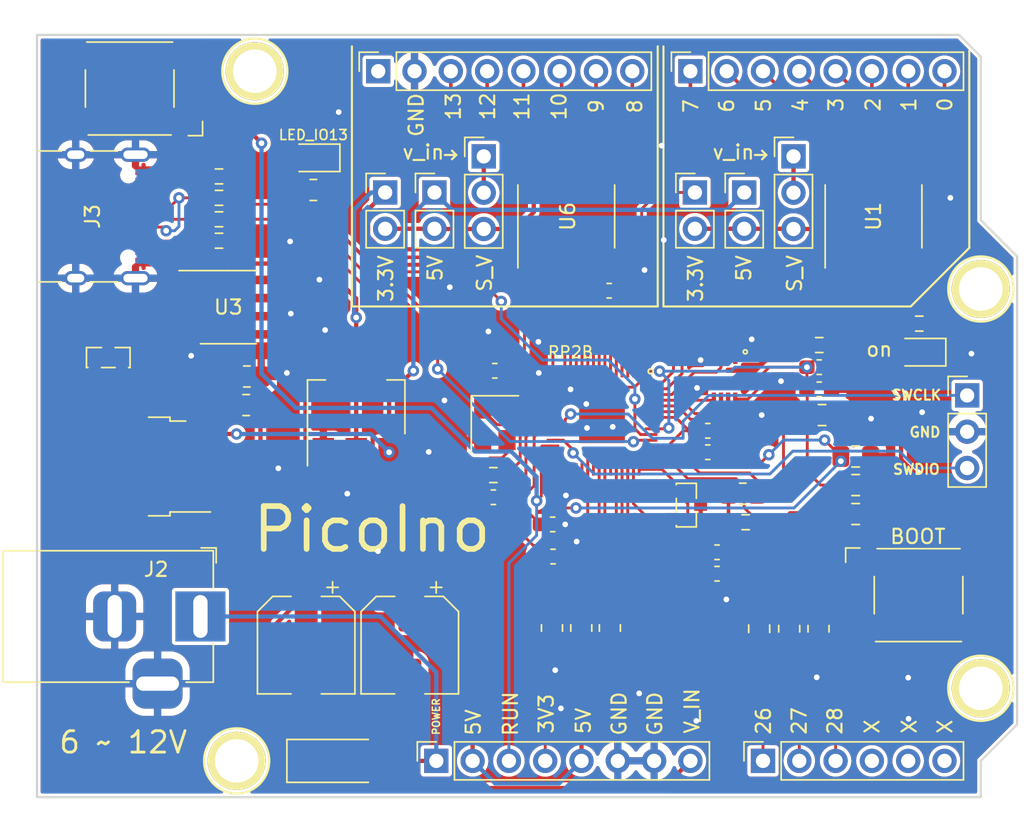
<source format=kicad_pcb>
(kicad_pcb (version 20211014) (generator pcbnew)
  (layers (0 "F.Cu" signal) (31 "B.Cu" signal) (34 "B.Paste" user) (35 "F.Paste" user) (36 "B.SilkS" user "B.Silkscreen") (37 "F.SilkS" user "F.Silkscreen") (38 "B.Mask" user) (39 "F.Mask" user) (44 "Edge.Cuts" user))
  (net 0 "")
  (net 1 "+3V3")
  (net 2 "/Vin")
  (net 3 "Net-(C6-Pad2)")
  (net 4 "+1V1")
  (net 5 "Net-(C16-Pad1)")
  (net 6 "/XI")
  (net 7 "Net-(C20-Pad1)")
  (net 8 "/power")
  (net 9 "Net-(D3-Pad2)")
  (net 10 "Net-(J3-PadA4)")
  (net 11 "Net-(J3-PadA5)")
  (net 12 "/USB_D+")
  (net 13 "/USB_D-")
  (net 15 "Net-(J3-PadB5)")
  (net 17 "Net-(J1-Pad3)")
  (net 19 "/_GPIO_13")
  (net 20 "/_GPIO_12")
  (net 21 "/_GPIO_11")
  (net 22 "/_GPIO_10")
  (net 23 "/_GPIO_9")
  (net 24 "/_GPIO_8")
  (net 25 "/_GPIO_7")
  (net 26 "/_GPIO_6")
  (net 27 "/_GPIO_5")
  (net 28 "/_GPIO_4")
  (net 29 "/_GPIO_3")
  (net 30 "/_GPIO_2")
  (net 31 "/_GPIO_1")
  (net 32 "/_GPIO_0")
  (net 33 "/RUN")
  (net 34 "/GPIO_26(ADC0)")
  (net 35 "/GPIO_27(ADC1)")
  (net 36 "/GPIO_28(ADC2)")
  (net 40 "/SWCLK")
  (net 41 "/SWDIO")
  (net 42 "Net-(Q1-Pad1)")
  (net 43 "/GPIO_29(ADC3)")
  (net 44 "/QSPI_SS")
  (net 45 "Net-(R3-Pad2)")
  (net 46 "/GPIO_24")
  (net 47 "/VSYS")
  (net 48 "Net-(R10-Pad2)")
  (net 49 "/GPIO_13")
  (net 50 "Net-(R12-Pad1)")
  (net 51 "Net-(R13-Pad2)")
  (net 52 "Net-(R14-Pad2)")
  (net 53 "/ADC_VREF")
  (net 54 "/XO")
  (net 55 "/GPIO_0")
  (net 56 "/GPIO_1")
  (net 57 "/GPIO_2")
  (net 58 "/GPIO_3")
  (net 59 "/GPIO_4")
  (net 60 "/GPIO_5")
  (net 61 "/GPIO_6")
  (net 62 "/GPIO_7")
  (net 63 "/QSPI_D1")
  (net 64 "/QSPI_D2")
  (net 65 "/QSPI_D0")
  (net 66 "/QSPI_CK")
  (net 67 "/QSPI_D3")
  (net 72 "/GPIO_8")
  (net 73 "/GPIO_9")
  (net 74 "/GPIO_10")
  (net 75 "/GPIO_11")
  (net 76 "/GPIO_12")
  (net 81 "/GPIO_14")
  (net 82 "/GPIO_15")
  (net 83 "/GPIO_16")
  (net 84 "/GPIO_17")
  (net 85 "/GPIO_18")
  (net 86 "/GPIO_19")
  (net 87 "/GPIO_20")
  (net 88 "/GPIO_21")
  (net 89 "/GPIO_22")
  (net 90 "/GPIO_25")
  (net 91 "Net-(D2-Pad2)")
  (net 92 "GND")
  (net 93 "+5V")
  (net 94 "Net-(J1-Pad1)")
  (net 95 "Net-(J6-Pad1)")
  (net 96 "Net-(J6-Pad3)")
  (footprint "Resistor_SMD:R_0603_1608Metric_Pad0.98x0.95mm_HandSolder" (layer "F.Cu") (at 125 86.3)
    (fp_text reference "R1" hide)
    (fp_text value "5.1K")
  )
  (footprint "Package_SO:SOIC-8_3.9x4.9mm_P1.27mm" (layer "F.Cu") (at 125.65 95.45)
    (fp_text reference "U3")
    (fp_text value "LM358")
  )
  (footprint "Package_TO_SOT_SMD:TO-252-2" (layer "F.Cu") (at 119.1 106.6 180)
    (fp_text reference "U4" hide)
    (fp_text value "L7805")
  )
  (footprint "Connector_PinHeader_2.54mm:PinHeader_1x02_P2.54mm_Vertical" (layer "F.Cu") (at 158.3 87.425)
    (fp_text reference "J4" hide)
    (fp_text value "3.3V")
  )
  (footprint "Resistor_SMD:R_0603_1608Metric_Pad0.98x0.95mm_HandSolder" (layer "F.Cu") (at 144.2 107.2 180)
    (fp_text reference "R17" hide)
    (fp_text value "1K")
  )
  (footprint "Capacitor_SMD:CP_Elec_6.3x5.7" (layer "F.Cu") (at 138.35 119.1 -90)
    (fp_text reference "C4" hide)
    (fp_text value "47uF")
  )
  (footprint "Connector_PinSocket_2.54mm:PinSocket_1x06_P2.54mm_Vertical" (layer "F.Cu") (at 163.065 127.198 90)
    (fp_text reference "J14" hide)
    (fp_text value "analog_Pin")
  )
  (footprint "Capacitor_SMD:C_0603_1608Metric_Pad1.08x0.95mm_HandSolder" (layer "F.Cu") (at 152.3 94.3)
    (fp_text reference "C9" hide)
    (fp_text value "100nF")
  )
  (footprint "Button_Switch_SMD:SW_SPST_Omron_B3FS-100xP" (layer "F.Cu") (at 118.75 80.15 180)
    (fp_text reference "SW2" hide)
    (fp_text value "RUN")
  )
  (footprint "Connector_PinHeader_2.54mm:PinHeader_1x03_P2.54mm_Vertical" (layer "F.Cu") (at 143.525 84.9)
    (fp_text reference "J6" hide)
    (fp_text value "signal_V")
  )
  (footprint "Capacitor_SMD:C_0603_1608Metric_Pad1.08x0.95mm_HandSolder" (layer "F.Cu") (at 148.375 112.9 180)
    (fp_text reference "C17" hide)
    (fp_text value "100nF")
  )
  (footprint "Resistor_SMD:R_0805_2012Metric_Pad1.20x1.40mm_HandSolder" (layer "F.Cu") (at 148.3 117.9 90)
    (fp_text reference "R14" hide)
    (fp_text value "100K")
  )
  (footprint "Resistor_SMD:R_0603_1608Metric_Pad0.98x0.95mm_HandSolder" (layer "F.Cu") (at 167 98.1)
    (fp_text reference "R3" hide)
    (fp_text value "1K")
  )
  (footprint "Resistor_SMD:R_0603_1608Metric_Pad0.98x0.95mm_HandSolder" (layer "F.Cu") (at 125 89.3)
    (fp_text reference "R13" hide)
    (fp_text value "27")
  )
  (footprint "Capacitor_SMD:C_0805_2012Metric_Pad1.18x1.45mm_HandSolder" (layer "F.Cu") (at 169.55 105.9 180)
    (fp_text reference "C14" hide)
    (fp_text value "2.2uF")
  )
  (footprint "Capacitor_SMD:C_0603_1608Metric_Pad1.08x0.95mm_HandSolder" (layer "F.Cu") (at 148.35 110.65)
    (fp_text reference "C13" hide)
    (fp_text value "100nF")
  )
  (footprint "Capacitor_SMD:C_0603_1608Metric_Pad1.08x0.95mm_HandSolder" (layer "F.Cu") (at 159.2 104.1)
    (fp_text reference "C11" hide)
    (fp_text value "100nF")
  )
  (footprint "Capacitor_SMD:C_0603_1608Metric_Pad1.08x0.95mm_HandSolder" (layer "F.Cu") (at 144.3 99.9)
    (fp_text reference "C19" hide)
    (fp_text value "15pF")
  )
  (footprint "Connector_PinHeader_2.54mm:PinHeader_1x03_P2.54mm_Vertical" (layer "F.Cu") (at 165.2 84.9)
    (fp_text reference "J1" hide)
    (fp_text value "signal_V")
  )
  (footprint "Connector_BarrelJack:BarrelJack_Horizontal" (layer "F.Cu") (at 123.7 117.0925)
    (fp_text reference "J2")
    (fp_text value "POWER")
  )
  (footprint "Capacitor_SMD:CP_Elec_6.3x5.7" (layer "F.Cu") (at 131.1 119.1 -90)
    (fp_text reference "C3" hide)
    (fp_text value "47uF")
  )
  (footprint "Resistor_SMD:R_0805_2012Metric_Pad1.20x1.40mm_HandSolder" (layer "F.Cu") (at 126.95 100.3 180)
    (fp_text reference "R10" hide)
    (fp_text value "10K")
  )
  (footprint "Socket_Arduino_Uno:Arduino_1pin" (layer "F.Cu") (at 126.235 127.198)
    (fp_text reference "P5" hide)
    (fp_text value "CONN_01X01" hide)
  )
  (footprint "Socket_Arduino_Uno:Arduino_1pin" (layer "F.Cu") (at 178.305 122.118)
    (fp_text reference "P6" hide)
    (fp_text value "CONN_01X01" hide)
  )
  (footprint "Connector_USB:USB_C_Receptacle_XKB_U262-16XN-4BVC11" (layer "F.Cu") (at 116.05 89.1 -90)
    (fp_text reference "J3")
    (fp_text value "USB_C_Receptacle_USB2.0")
  )
  (footprint "Resistor_SMD:R_0805_2012Metric_Pad1.20x1.40mm_HandSolder" (layer "F.Cu") (at 161.65 108.5 180)
    (fp_text reference "R16" hide)
    (fp_text value "200")
  )
  (footprint "Resistor_SMD:R_0805_2012Metric_Pad1.20x1.40mm_HandSolder" (layer "F.Cu") (at 131.6 87.25)
    (fp_text reference "R11" hide)
    (fp_text value "1K")
  )
  (footprint "Diode_SMD:D_MELF" (layer "F.Cu") (at 133.05 127.2)
    (fp_text reference "D1" hide)
    (fp_text value "D")
  )
  (footprint "Resistor_SMD:R_0805_2012Metric_Pad1.20x1.40mm_HandSolder" (layer "F.Cu") (at 152.35 117.9 -90)
    (fp_text reference "R4" hide)
    (fp_text value "10K")
  )
  (footprint "Button_Switch_SMD:SW_SPST_Omron_B3FS-100xP" (layer "F.Cu") (at 173.95 115.6)
    (fp_text reference "SW1" hide)
    (fp_text value "BOOTSET")
  )
  (footprint "Connector_PinHeader_2.54mm:PinHeader_1x02_P2.54mm_Vertical" (layer "F.Cu") (at 161.75 87.425)
    (fp_text reference "J5" hide)
    (fp_text value "5V")
  )
  (footprint "Capacitor_SMD:C_0805_2012Metric_Pad1.18x1.45mm_HandSolder" (layer "F.Cu") (at 169.55 109.925)
    (fp_text reference "C16" hide)
    (fp_text value "2.2uF")
  )
  (footprint "Package_SO:TSSOP-20_4.4x6.5mm_P0.65mm" (layer "F.Cu") (at 149.3 89.1 90)
    (fp_text reference "U6")
    (fp_text value "TXS0108EPW")
  )
  (footprint "Capacitor_SMD:C_0805_2012Metric_Pad1.18x1.45mm_HandSolder" (layer "F.Cu") (at 167.2 103 180)
    (fp_text reference "C1" hide)
    (fp_text value "2.2uF")
  )
  (footprint "Resistor_SMD:R_0805_2012Metric_Pad1.20x1.40mm_HandSolder" (layer "F.Cu") (at 150.35 117.9 90)
    (fp_text reference "R5" hide)
    (fp_text value "5.6K")
  )
  (footprint "Resistor_SMD:R_0603_1608Metric_Pad0.98x0.95mm_HandSolder" (layer "F.Cu") (at 125 90.8)
    (fp_text reference "R2" hide)
    (fp_text value "5.1K")
  )
  (footprint "Connector_PinHeader_2.54mm:PinHeader_1x03_P2.54mm_Vertical" (layer "F.Cu") (at 177.35 101.625)
    (fp_text reference "J15" hide)
    (fp_text value "Debug_Pin")
  )
  (footprint "Resistor_SMD:R_0603_1608Metric_Pad0.98x0.95mm_HandSolder" (layer "F.Cu") (at 125 87.8 180)
    (fp_text reference "R12" hide)
    (fp_text value "27")
  )
  (footprint "Capacitor_SMD:C_0805_2012Metric_Pad1.18x1.45mm_HandSolder" (layer "F.Cu") (at 162.8 117.95 90)
    (fp_text reference "C6" hide)
    (fp_text value "1nF")
  )
  (footprint "Connector_PinHeader_2.54mm:PinHeader_1x02_P2.54mm_Vertical" (layer "F.Cu") (at 136.625 87.425)
    (fp_text reference "J8" hide)
    (fp_text value "3.3V")
  )
  (footprint "Package_TO_SOT_SMD:SOT-223-3_TabPin2" (layer "F.Cu") (at 134.6 102.45 90)
    (fp_text reference "U5" hide)
    (fp_text value "AZ1117-3.3")
  )
  (footprint "Capacitor_SMD:C_0603_1608Metric_Pad1.08x0.95mm_HandSolder" (layer "F.Cu") (at 144.2 108.75)
    (fp_text reference "C20" hide)
    (fp_text value "15pF")
  )
  (footprint "Resistor_SMD:R_0603_1608Metric_Pad0.98x0.95mm_HandSolder" (layer "F.Cu") (at 174 96.6)
    (fp_text reference "R8" hide)
    (fp_text value "1K")
  )
  (footprint "Capacitor_SMD:C_0603_1608Metric_Pad1.08x0.95mm_HandSolder" (layer "F.Cu") (at 159.85 112.6)
    (fp_text reference "C12" hide)
    (fp_text value "100nF")
  )
  (footprint "Capacitor_SMD:C_0805_2012Metric_Pad1.18x1.45mm_HandSolder" (layer "F.Cu") (at 169.55 107.9)
    (fp_text reference "C15" hide)
    (fp_text value "2.2uF")
  )
  (footprint "Resistor_SMD:R_0805_2012Metric_Pad1.20x1.40mm_HandSolder" (layer "F.Cu") (at 126.9 102.3 180)
    (fp_text reference "R9" hide)
    (fp_text value "10K")
  )
  (footprint "Resistor_SMD:R_0603_1608Metric_Pad0.98x0.95mm_HandSolder" (layer "F.Cu") (at 161.85 110.5 180)
    (fp_text reference "R15" hide)
    (fp_text value "1")
  )
  (footprint "Capacitor_SMD:C_0603_1608Metric_Pad1.08x0.95mm_HandSolder" (layer "F.Cu") (at 159.85 114.1)
    (fp_text reference "C18" hide)
    (fp_text value "100nF")
  )
  (footprint "Resistor_SMD:R_0805_2012Metric_Pad1.20x1.40mm_HandSolder" (layer "F.Cu") (at 164.9 117.95 -90)
    (fp_text reference "R7" hide)
    (fp_text value "100K")
  )
  (footprint "Connector_PinHeader_2.54mm:PinHeader_1x02_P2.54mm_Vertical" (layer "F.Cu") (at 140.075 87.425)
    (fp_text reference "J9" hide)
    (fp_text value "5V")
  )
  (footprint "Capacitor_SMD:C_0603_1608Metric_Pad1.08x0.95mm_HandSolder" (layer "F.Cu") (at 159.2 105.6)
    (fp_text reference "C10" hide)
    (fp_text value "100nF")
  )
  (footprint "Connector_PinSocket_2.54mm:PinSocket_1x08_P2.54mm_Vertical" (layer "F.Cu") (at 136.141 78.938 90)
    (fp_text reference "J11" hide)
    (fp_text value "Digital_Pin_2")
  )
  (footprint "Resistor_SMD:R_0805_2012Metric_Pad1.20x1.40mm_HandSolder" (layer "F.Cu") (at 166.95 117.95 90)
    (fp_text reference "R6" hide)
    (fp_text value "200K")
  )
  (footprint "Crystal:Crystal_SMD_3225-4Pin_3.2x2.5mm" (layer "F.Cu") (at 144.3 103.65 -90)
    (fp_text reference "Y1" hide)
    (fp_text value "12MHz")
  )
  (footprint "Socket_Arduino_Uno:Arduino_1pin" (layer "F.Cu") (at 127.505 78.938)
    (fp_text reference "P7" hide)
    (fp_text value "CONN_01X01" hide)
  )
  (footprint "Connector_PinSocket_2.54mm:PinSocket_1x08_P2.54mm_Vertical" (layer "F.Cu") (at 157.985 78.938 90)
    (fp_text reference "J12" hide)
    (fp_text value "Digital_Pin_1")
  )
  (footprint "LED_SMD:LED_0805_2012Metric_Pad1.15x1.40mm_HandSolder" (layer "F.Cu") (at 131.6 85 180)
    (fp_text reference "D3" hide)
    (fp_text value "LED")
  )
  (footprint "Package_SO:TSSOP-20_4.4x6.5mm_P0.65mm" (layer "F.Cu") (at 170.8 89.1 90)
    (fp_text reference "U1")
    (fp_text value "TXS0108EPW")
  )
  (footprint "Socket_Arduino_Uno:Arduino_1pin" (layer "F.Cu") (at 178.305 94.178)
    (fp_text reference "P8" hide)
    (fp_text value "CONN_01X01" hide)
  )
  (footprint "Connector_PinSocket_2.54mm:PinSocket_1x08_P2.54mm_Vertical" (layer "F.Cu") (at 140.205 127.198 90)
    (fp_text reference "J13" hide)
    (fp_text value "Power_Pin")
  )
  (footprint "Capacitor_SMD:C_0603_1608Metric_Pad1.08x0.95mm_HandSolder" (layer "F.Cu") (at 167 101.2 180)
    (fp_text reference "C2" hide)
    (fp_text value "100nF")
  )
  (footprint "MOSFET:DMG1012T" (layer "F.Cu") (at 157.7 109.3 -90)
    (fp_text reference "Q2" hide)
    (fp_text value "DMG1012T-7")
  )
  (footprint "LED_SMD:LED_0805_2012Metric_Pad1.15x1.40mm_HandSolder" (layer "F.Cu") (at 174 98.6 180)
    (fp_text reference "D2" hide)
    (fp_text value "LED")
  )
  (footprint "Capacitor_SMD:C_0603_1608Metric_Pad1.08x0.95mm_HandSolder" (layer "F.Cu") (at 167 99.65)
    (fp_text reference "C8" hide)
    (fp_text value "100nF")
  )
  (footprint "RP2B:RP2B" (layer "F.Cu") (at 151.8 103.35 -90)
    (fp_text reference "U7" hide)
    (fp_text value "RP2B")
  )
  (footprint "MOSFET:VP0610T" (layer "F.Cu") (at 117.25 99)
    (fp_text reference "Q1" hide)
    (fp_text value "IRLML6402TR")
  )
  (footprint "W25Q16JVUXIQ_SMD:W25Q16JVUXIQ" (layer "F.Cu") (at 160.37429 100.425711 -90)
    (fp_text reference "U2" hide)
    (fp_text value "W25Q16JVUXIQ")
  )
  (gr_line (start 141.3 85.1) (end 141.6 84.8) (layer "F.SilkS") (width 0.15))
  (gr_line (start 163 84.5) (end 163.3 84.8) (layer "F.SilkS") (width 0.15))
  (gr_line (start 156.1 95.4) (end 173.4 95.4) (layer "F.SilkS") (width 0.15))
  (gr_line (start 162.5 84.8) (end 163.3 84.8) (layer "F.SilkS") (width 0.15))
  (gr_line (start 173.4 95.4) (end 177.5 91.3) (layer "F.SilkS") (width 0.15))
  (gr_line (start 134.3 95.4) (end 155.7 95.4) (layer "F.SilkS") (width 0.15))
  (gr_line (start 134.3 77.2) (end 134.3 95.4) (layer "F.SilkS") (width 0.15))
  (gr_line (start 156.1 77.2) (end 156.1 95.4) (layer "F.SilkS") (width 0.15))
  (gr_line (start 163 85.1) (end 163.3 84.8) (layer "F.SilkS") (width 0.15))
  (gr_line (start 177.5 91.3) (end 177.5 77.5) (layer "F.SilkS") (width 0.15))
  (gr_line (start 141.3 84.5) (end 141.6 84.8) (layer "F.SilkS") (width 0.15))
  (gr_line (start 155.7 95.4) (end 155.7 77.2) (layer "F.SilkS") (width 0.15))
  (gr_line (start 140.8 84.8) (end 141.6 84.8) (layer "F.SilkS") (width 0.15))
  (gr_line (start 178.305 77.922) (end 176.781 76.398) (layer "Edge.Cuts") (width 0.15))
  (gr_line (start 112.265 76.398) (end 112.265 129.738) (layer "Edge.Cuts") (width 0.15))
  (gr_line (start 178.305 127.198) (end 180.845 124.658) (layer "Edge.Cuts") (width 0.15))
  (gr_line (start 112.265 129.738) (end 178.305 129.738) (layer "Edge.Cuts") (width 0.15))
  (gr_line (start 178.305 89.352) (end 178.305 77.922) (layer "Edge.Cuts") (width 0.15))
  (gr_line (start 178.305 129.738) (end 178.305 127.198) (layer "Edge.Cuts") (width 0.15))
  (gr_line (start 176.781 76.398) (end 112.265 76.398) (layer "Edge.Cuts") (width 0.15))
  (gr_line (start 180.845 124.658) (end 180.845 91.892) (layer "Edge.Cuts") (width 0.15))
  (gr_line (start 180.845 91.892) (end 178.305 89.352) (layer "Edge.Cuts") (width 0.15))
  (gr_text "5V" (at 161.725 92.725 90) (layer "F.SilkS") (effects (font (size 1 1))))
  (gr_text "X" (at 173.3 124.8 90) (layer "F.SilkS") (effects (font (size 1 1))))
  (gr_text "6 ~ 12V" (at 118.3 125.9) (layer "F.SilkS") (effects (font (size 1.5 1.5) (thickness 0.2))))
  (gr_text "0" (at 175.8 81.275 90) (layer "F.SilkS") (effects (font (size 1 1))))
  (gr_text "28" (at 168.1 124.4 90) (layer "F.SilkS") (effects (font (size 1 1))))
  (gr_text "GND" (at 138.8 82 90) (layer "F.SilkS") (effects (font (size 1 1))))
  (gr_text "7" (at 158.025 81.375 90) (layer "F.SilkS") (effects (font (size 1 1))))
  (gr_text "9" (at 151.4 81.394993 90) (layer "F.SilkS") (effects (font (size 1 1))))
  (gr_text "10" (at 148.8 81.4 90) (layer "F.SilkS") (effects (font (size 1 1))))
  (gr_text "X" (at 175.8 124.8 90) (layer "F.SilkS") (effects (font (size 1 1))))
  (gr_text "S_V" (at 165.275 93.1 90) (layer "F.SilkS") (effects (font (size 1 1))))
  (gr_text "4" (at 165.7 81.325 90) (layer "F.SilkS") (effects (font (size 1 1))))
  (gr_text "LED_IO13" (at 131.6 83.4) (layer "F.SilkS") (effects (font (size 0.7 0.7) (thickness 0.12))))
  (gr_text "3.3V" (at 136.675 93.45 90) (layer "F.SilkS") (effects (font (size 1 1))))
  (gr_text "SWCLK" (at 173.8 101.6) (layer "F.SilkS") (effects (font (size 0.7 0.7))))
  (gr_text "RP2B" (at 149.6 98.6) (layer "F.SilkS") (effects (font (size 0.8 0.8) (thickness 0.12))))
  (gr_text "13" (at 141.4 81.4 90) (layer "F.SilkS") (effects (font (size 1 1))))
  (gr_text "2" (at 170.775 81.275 90) (layer "F.SilkS") (effects (font (size 1 1))))
  (gr_text "GND" (at 174.4 104.2) (layer "F.SilkS") (effects (font (size 0.7 0.7))))
  (gr_text "3" (at 168.175 81.275 90) (layer "F.SilkS") (effects (font (size 1 1))))
  (gr_text "5" (at 163.1 81.325 90) (layer "F.SilkS") (effects (font (size 1 1))))
  (gr_text "26" (at 163.1 124.4 90) (layer "F.SilkS") (effects (font (size 1 1))))
  (gr_text "PicoIno" (at 135.7 111) (layer "F.SilkS") (effects (font (size 3 3) (thickness 0.4))))
  (gr_text "12" (at 143.8 81.4 90) (layer "F.SilkS") (effects (font (size 1 1))))
  (gr_text "5V" (at 142.8 124.5 90) (layer "F.SilkS") (effects (font (size 1 1))))
  (gr_text "1" (at 173.275 81.275 90) (layer "F.SilkS") (effects (font (size 1 1))))
  (gr_text "GND" (at 153 123.891854 90) (layer "F.SilkS") (effects (font (size 1 1))))
  (gr_text "V_IN" (at 158.1 123.7 90) (layer "F.SilkS") (effects (font (size 1 1))))
  (gr_text "POWER" (at 140.2 124.1 90) (layer "F.SilkS") (effects (font (size 0.5 0.5) (thickness 0.1))))
  (gr_text "on" (at 171.2 98.4) (layer "F.SilkS") (effects (font (size 1 1))))
  (gr_text "S_V" (at 143.575 93.075 90) (layer "F.SilkS") (effects (font (size 1 1))))
  (gr_text "6" (at 160.525 81.35 90) (layer "F.SilkS") (effects (font (size 1 1))))
  (gr_text "11" (at 146.2 81.4 90) (layer "F.SilkS") (effects (font (size 1 1))))
  (gr_text "v_in" (at 161 84.6) (layer "F.SilkS") (effects (font (size 1 1))))
  (gr_text "GND" (at 155.5 123.9 90) (layer "F.SilkS") (effects (font (size 1 1))))
  (gr_text "27" (at 165.6 124.4 90) (layer "F.SilkS") (effects (font (size 1 1))))
  (gr_text "5V" (at 140.125 92.725 90) (layer "F.SilkS") (effects (font (size 1 1))))
  (gr_text "BOOT" (at 173.9 111.5) (layer "F.SilkS") (effects (font (size 1 1))))
  (gr_text "SWDIO" (at 173.8 106.8) (layer "F.SilkS") (effects (font (size 0.7 0.7))))
  (gr_text "8" (at 154.1 81.4 90) (layer "F.SilkS") (effects (font (size 1 1))))
  (gr_text "3.3V" (at 158.35 93.45 90) (layer "F.SilkS") (effects (font (size 1 1))))
  (gr_text "v_in" (at 139.3 84.6) (layer "F.SilkS") (effects (font (size 1 1))))
  (gr_text "RUN" (at 145.4 123.9 90) (layer "F.SilkS") (effects (font (size 1 1))))
  (gr_text "3V3" (at 147.9 123.9 90) (layer "F.SilkS") (effects (font (size 1 1))))
  (gr_text "X" (at 170.7 124.8 90) (layer "F.SilkS") (effects (font (size 1 1))))
  (gr_text "5V" (at 150.5 124.4 90) (layer "F.SilkS") (effects (font (size 1 1))))
  (segment (start 135.425489 90.488469) (end 136.33702 91.4) (width 0.3) (layer "F.Cu") (net 1))
  (segment (start 173.725 93.8) (end 173.725 91.9625) (width 0.2) (layer "F.Cu") (net 1))
  (segment (start 152.225 90.95) (end 152.225 91.9625) (width 0.3) (layer "F.Cu") (net 1))
  (segment (start 147.025 91.239283) (end 147.664283 90.6) (width 0.3) (layer "F.Cu") (net 1))
  (segment (start 156 106.8) (end 156.7 107.5) (width 0.2) (layer "F.Cu") (net 1))
  (segment (start 127.275 92.4) (end 132.15 92.4) (width 0.3) (layer "F.Cu") (net 1))
  (segment (start 174.3625 91.9625) (end 175 92.6) (width 0.2) (layer "F.Cu") (net 1))
  (segment (start 124.86 94.815) (end 127.275 92.4) (width 0.3) (layer "F.Cu") (net 1))
  (segment (start 146.85 90.525) (end 147.025 90.7) (width 0.3) (layer "F.Cu") (net 1))
  (segment (start 147.461472 103.562) (end 146.475 104.548472) (width 0.2) (layer "F.Cu") (net 1))
  (segment (start 134.6 94.85) (end 134.6 96.175) (width 0.3) (layer "F.Cu") (net 1))
  (segment (start 170.32548 97.19952) (end 173.725 93.8) (width 0.2) (layer "F.Cu") (net 1))
  (segment (start 157.8 111.4125) (end 158.9875 112.6) (width 0.2) (layer "F.Cu") (net 1))
  (segment (start 154.575 88.575) (end 155.725 87.425) (width 0.2) (layer "F.Cu") (net 1))
  (segment (start 155.238 103.562) (end 155.238 103.962) (width 0.2) (layer "F.Cu") (net 1))
  (segment (start 167.1 107.9) (end 168.5125 107.9) (width 0.2) (layer "F.Cu") (net 1))
  (segment (start 145.625 90.525) (end 146.85 90.525) (width 0.3) (layer "F.Cu") (net 1))
  (segment (start 150.8 106.8) (end 150.8 112.275) (width 0.2) (layer "F.Cu") (net 1))
  (segment (start 168.525 91.9625) (end 168.525 90.725) (width 0.3) (layer "F.Cu") (net 1))
  (segment (start 147.025 91.9625) (end 147.025 91.239283) (width 0.3) (layer "F.Cu") (net 1))
  (segment (start 147.664283 90.6) (end 151.875 90.6) (width 0.3) (layer "F.Cu") (net 1))
  (segment (start 157.8 109.2) (end 157.8 111.4125) (width 0.2) (layer "F.Cu") (net 1))
  (segment (start 150.175 112.9) (end 149.2375 112.9) (width 0.2) (layer "F.Cu") (net 1))
  (segment (start 151.875 90.6) (end 152.225 90.95) (width 0.3) (layer "F.Cu") (net 1))
  (segment (start 154.4 106.8) (end 156 106.8) (width 0.2) (layer "F.Cu") (net 1))
  (segment (start 158.3375 106.7625) (end 158.625 107.05) (width 0.2) (layer "F.Cu") (net 1))
  (segment (start 156.95 108.35) (end 157.8 109.2) (width 0.2) (layer "F.Cu") (net 1))
  (segment (start 154.575 90.575) (end 154.575 88.575) (width 0.2) (layer "F.Cu") (net 1))
  (segment (start 150.8 99.925) (end 150.8 95.925) (width 0.2) (layer "F.Cu") (net 1))
  (segment (start 154.4 100.725) (end 154.4 99.925) (width 0.2) (layer "F.Cu") (net 1))
  (segment (start 147.025 90.7) (end 147.025 91.9625) (width 0.3) (layer "F.Cu") (net 1))
  (segment (start 152.225 91.9625) (end 153.1875 91.9625) (width 0.2) (layer "F.Cu") (net 1))
  (segment (start 163.9 108.5) (end 164.5 107.9) (width 0.2) (layer "F.Cu") (net 1))
  (segment (start 158.9875 114.1) (end 158.9875 112.6) (width 0.25) (layer "F.Cu") (net 1))
  (segment (start 145.89952 111.03494) (end 146.98958 112.125) (width 0.2) (layer "F.Cu") (net 1))
  (segment (start 148.4625 112.125) (end 149.2375 112.9) (width 0.2) (layer "F.Cu") (net 1))
  (segment (start 166.1375 99.65) (end 166.87452 98.91298) (width 0.2) (layer "F.Cu") (net 1))
  (segment (start 156.413 103.962) (end 156.475 103.9) (width 0.2) (layer "F.Cu") (net 1))
  (segment (start 164.5 107.9) (end 164.5 103.9) (width 0.2) (layer "F.Cu") (net 1))
  (segment (start 167.55048 97.19952) (end 170.32548 97.19952) (width 0.2) (layer "F.Cu") (net 1))
  (segment (start 151.175 101.05) (end 154.075 101.05) (width 0.2) (layer "F.Cu") (net 1))
  (segment (start 165.4 103) (end 166.1625 103) (width 0.2) (layer "F.Cu") (net 1))
  (segment (start 154.075 101.05) (end 154.4 100.725) (width 0.2) (layer "F.Cu") (net 1))
  (segment (start 166.87452 98.91298) (end 166.87452 97.87548) (width 0.2) (layer "F.Cu") (net 1))
  (segment (start 154.501478 105.562) (end 154.4 105.663478) (width 0.2) (layer "F.Cu") (net 1))
  (segment (start 162.024289 101.875711) (end 161.12429 101.875711) (width 0.2) (layer "F.Cu") (net 1))
  (segment (start 162.65 108.5) (end 163.9 108.5) (width 0.2) (layer "F.Cu") (net 1))
  (segment (start 166.1625 103) (end 166.1625 106.9625) (width 0.2) (layer "F.Cu") (net 1))
  (segment (start 155.238 103.962) (end 156.413 103.962) (width 0.2) (layer "F.Cu") (net 1))
  (segment (start 173.725 91.9625) (end 174.3625 91.9625) (width 0.2) (layer "F.Cu") (net 1))
  (segment (start 146.475 107.55) (end 145.89952 108.12548) (width 0.2) (layer "F.Cu") (net 1))
  (segment (start 164.5 103.9) (end 165.4 103) (width 0.2) (layer "F.Cu") (net 1))
  (segment (start 134.6 105.6) (end 134.6 99.3) (width 0.3) (layer "F.Cu") (net 1))
  (segment (start 152.225 93.5125) (end 151.4375 94.3) (width 0.2) (layer "F.Cu") (net 1))
  (segment (start 150.8 106.8) (end 150.8 106.063478) (width 0.2) (layer "F.Cu") (net 1))
  (segment (start 146.475 104.548472) (end 146.475 107.55) (width 0.2) (layer "F.Cu") (net 1))
  (segment (start 152.225 91.9625) (end 152.225 93.5125) (width 0.2) (layer "F.Cu") (net 1))
  (segment (start 155.238 105.562) (end 154.501478 105.562) (width 0.2) (layer "F.Cu") (net 1))
  (segment (start 146.7 122.975) (end 147.825 124.1) (width 0.2) (layer "F.Cu") (net 1))
  (segment (start 173.225 90.2) (end 173.725 90.7) (width 0.3) (layer "F.Cu") (net 1))
  (segment (start 150.8 112.275) (end 150.175 112.9) (width 0.2) (layer "F.Cu") (net 1))
  (segment (start 166.1625 101.225) (end 166.1375 101.2) (width 0.2) (layer "F.Cu") (net 1))
  (segment (start 134.6 96.175) (end 134.6 99.3) (width 0.3) (layer "F.Cu") (net 1))
  (segment (start 123.175 94.815) (end 124.86 94.815) (width 0.3) (layer "F.Cu") (net 1))
  (segment (start 148.363 103.562) (end 147.461472 103.562) (width 0.2) (layer "F.Cu") (net 1))
  (segment (start 147.825 124.1) (end 147.825 127.198) (width 0.2) (layer "F.Cu") (net 1))
  (segment (start 154.4 99.925) (end 155.825 99.925) (width 0.2) (layer "F.Cu") (net 1))
  (segment (start 132.15 92.4) (end 134.6 94.85) (width 0.3) (layer "F.Cu") (net 1))
  (segment (start 156.7 108.35) (end 156.95 108.35) (width 0.2) (layer "F.Cu") (net 1))
  (segment (start 155.825 99.925) (end 155.830378 99.930378) (width 0.2) (layer "F.Cu") (net 1))
  (segment (start 158.2995 105.562) (end 155.238 105.562) (width 0.2) (layer "F.Cu") (net 1))
  (segment (start 163.5 99.65) (end 162.8 100.35) (width 0.2) (layer "F.Cu") (net 1))
  (segment (start 162.8 100.35) (end 162.8 101.1) (width 0.2) (layer "F.Cu") (net 1))
  (segment (start 136.625 87.425) (end 135.425489 88.624511) (width 0.3) (layer "F.Cu") (net 1))
  (segment (start 154.237989 106.062989) (end 154.4 106.225) (width 0.2) (layer "F.Cu") (net 1))
  (segment (start 156.7 107.5) (end 156.7 108.35) (width 0.2) (layer "F.Cu") (net 1))
  (segment (start 150.8 95.925) (end 151.4375 95.2875) (width 0.2) (layer "F.Cu") (net 1))
  (segment (start 166.1625 103) (end 166.1625 101.225) (width 0.2) (layer "F.Cu") (net 1))
  (segment (start 149.2375 113.4875) (end 146.7 116.025) (width 0.2) (layer "F.Cu") (net 1))
  (segment (start 146.7 116.025) (end 146.7 122.975) (width 0.2) (layer "F.Cu") (net 1))
  (segment (start 144.75 91.4) (end 145.625 90.525) (width 0.3) (layer "F.Cu") (net 1))
  (segment (start 149.2375 112.9) (end 149.2375 113.4875) (width 0.2) (layer "F.Cu") (net 1))
  (segment (start 150.800489 106.062989) (end 154.237989 106.062989) (width 0.2) (layer "F.Cu") (net 1))
  (segment (start 166.87452 97.87548) (end 167.55048 97.19952) (width 0.2) (layer "F.Cu") (net 1))
  (segment (start 150.8 99.925) (end 150.8 100.675) (width 0.2) (layer "F.Cu") (net 1))
  (segment (start 154.4 106.225) (end 154.4 106.8) (width 0.2) (layer "F.Cu") (net 1))
  (segment (start 151.4375 95.2875) (end 151.4375 94.3) (width 0.2) (layer "F.Cu") (net 1))
  (segment (start 154.4 105.663478) (end 154.4 106.8) (width 0.2) (layer "F.Cu") (net 1))
  (segment (start 166.1375 99.65) (end 163.5 99.65) (width 0.2) (layer "F.Cu") (net 1))
  (segment (start 162.65 107.575) (end 162.65 108.5) (width 0.2) (layer "F.Cu") (net 1))
  (segment (start 166.1375 99.65) (end 166.1375 101.2) (width 0.2) (layer "F.Cu") (net 1))
  (segment (start 135.425489 88.624511) (end 135.425489 90.488469) (width 0.3) (layer "F.Cu") (net 1))
  (segment (start 175 96.5125) (end 174.9125 96.6) (width 0.2) (layer "F.Cu") (net 1))
  (segment (start 166.1625 106.9625) (end 167.1 107.9) (width 0.2) (layer "F.Cu") (net 1))
  (segment (start 173.725 90.7) (end 173.725 91.9625) (width 0.3) (layer "F.Cu") (net 1))
  (segment (start 162.125 107.05) (end 162.65 107.575) (width 0.2) (layer "F.Cu") (net 1))
  (segment (start 150.8 100.675) (end 151.175 101.05) (width 0.2) (layer "F.Cu") (net 1))
  (segment (start 153.1875 91.9625) (end 154.575 90.575) (width 0.2) (layer "F.Cu") (net 1))
  (segment (start 158.3375 105.6) (end 158.3375 106.7625) (width 0.2) (layer "F.Cu") (net 1))
  (segment (start 145.89952 108.12548) (end 145.89952 111.03494) (width 0.2) (layer "F.Cu") (net 1))
  (segment (start 146.98958 112.125) (end 148.4625 112.125) (width 0.2) (layer "F.Cu") (net 1))
  (segment (start 175 92.6) (end 175 96.5125) (width 0.2) (layer "F.Cu") (net 1))
  (segment (start 155.725 87.425) (end 158.3 87.425) (width 0.2) (layer "F.Cu") (net 1))
  (segment (start 150.8 106.063478) (end 150.800489 106.062989) (width 0.2) (layer "F.Cu") (net 1))
  (segment (start 162.8 101.1) (end 162.024289 101.875711) (width 0.2) (layer "F.Cu") (net 1))
  (segment (start 158.3375 105.6) (end 158.2995 105.562) (width 0.2) (layer "F.Cu") (net 1))
  (segment (start 136.33702 91.4) (end 144.75 91.4) (width 0.3) (layer "F.Cu") (net 1))
  (segment (start 169.05 90.2) (end 173.225 90.2) (width 0.3) (layer "F.Cu") (net 1))
  (segment (start 168.525 90.725) (end 169.05 90.2) (width 0.3) (layer "F.Cu") (net 1))
  (segment (start 158.625 107.05) (end 162.125 107.05) (width 0.2) (layer "F.Cu") (net 1))
  (via (at 155.830378 99.930378) (size 0.8) (drill 0.4) (layers "F.Cu" "B.Cu") (net 1))
  (via (at 156.475 103.9) (size 0.8) (drill 0.4) (layers "F.Cu" "B.Cu") (net 1))
  (via (at 166.1375 99.65) (size 0.8) (drill 0.4) (layers "F.Cu" "B.Cu") (net 1))
  (via (at 134.6 96.175) (size 0.8) (drill 0.4) (layers "F.Cu" "B.Cu") (net 1))
  (segment (start 160.819622 99.930378) (end 155.830378 99.930378) (width 0.2) (layer "B.Cu") (net 1))
  (segment (start 135.65 87.425) (end 134.45 88.625) (width 0.3) (layer "B.Cu") (net 1))
  (segment (start 134.45 88.625) (end 134.45 96.025) (width 0.3) (layer "B.Cu") (net 1))
  (segment (start 166.1375 99.65) (end 161.1 99.65) (width 0.2) (layer "B.Cu") (net 1))
  (segment (start 134.45 96.025) (end 134.6 96.175) (width 0.3) (layer "B.Cu") (net 1))
  (segment (start 161.1 99.65) (end 160.819622 99.930378) (width 0.2) (layer "B.Cu") (net 1))
  (segment (start 155.830378 99.930378) (end 156.475 100.575) (width 0.2) (layer "B.Cu") (net 1))
  (segment (start 156.475 100.575) (end 156.475 103.9) (width 0.2) (layer "B.Cu") (net 1))
  (segment (start 136.625 87.425) (end 135.65 87.425) (width 0.3) (layer "B.Cu") (net 1))
  (segment (start 127.9 105.125) (end 127.9 102.3) (width 0.3) (layer "F.Cu") (net 2))
  (segment (start 124.525 106.25) (end 126.775 106.25) (width 0.3) (layer "F.Cu") (net 2))
  (segment (start 126.775 106.25) (end 127.9 105.125) (width 0.3) (layer "F.Cu") (net 2))
  (segment (start 123.3 108.88) (end 123.3 107.475) (width 0.3) (layer "F.Cu") (net 2))
  (segment (start 129.025 117.575) (end 129.025 125.575) (width 0.3) (layer "F.Cu") (net 2))
  (segment (start 123.3 108.88) (end 128.755 108.88) (width 0.3) (layer "F.Cu") (net 2))
  (segment (start 132.55 129.1) (end 130.65 127.2) (width 0.3) (layer "F.Cu") (net 2))
  (segment (start 130.2 116.4) (end 129.025 117.575) (width 0.3) (layer "F.Cu") (net 2))
  (segment (start 156.083 129.1) (end 132.55 129.1) (width 0.3) (layer "F.Cu") (net 2))
  (segment (start 131.1 116.4) (end 130.2 116.4) (width 0.3) (layer "F.Cu") (net 2))
  (segment (start 123.3 107.475) (end 124.525 106.25) (width 0.3) (layer "F.Cu") (net 2))
  (segment (start 129.025 125.575) (end 130.65 127.2) (width 0.3) (layer "F.Cu") (net 2))
  (segment (start 157.985 127.198) (end 156.083 129.1) (width 0.3) (layer "F.Cu") (net 2))
  (segment (start 128.755 108.88) (end 131.1 111.225) (width 0.3) (layer "F.Cu") (net 2))
  (segment (start 131.1 111.225) (end 131.1 116.4) (width 0.3) (layer "F.Cu") (net 2))
  (segment (start 158.7 110) (end 160.275 111.575) (width 0.3) (layer "F.Cu") (net 3))
  (segment (start 161.7 111.575) (end 162.8 112.675) (width 0.3) (layer "F.Cu") (net 3))
  (segment (start 162.8 112.675) (end 162.8 116.9125) (width 0.3) (layer "F.Cu") (net 3))
  (segment (start 164.8625 116.9125) (end 164.9 116.95) (width 0.3) (layer "F.Cu") (net 3))
  (segment (start 160.275 111.575) (end 161.7 111.575) (width 0.3) (layer "F.Cu") (net 3))
  (segment (start 158.7 109.3) (end 158.7 110) (width 0.3) (layer "F.Cu") (net 3))
  (segment (start 166.95 116.95) (end 164.9 116.95) (width 0.3) (layer "F.Cu") (net 3))
  (segment (start 162.8 116.9125) (end 164.8625 116.9125) (width 0.3) (layer "F.Cu") (net 3))
  (segment (start 159.19904 106.55) (end 162.7 106.55) (width 0.2) (layer "F.Cu") (net 4))
  (segment (start 146.475 108.525) (end 146.475 109.6375) (width 0.2) (layer "F.Cu") (net 4))
  (segment (start 157.475 104.1) (end 158.3375 104.1) (width 0.2) (layer "F.Cu") (net 4))
  (segment (start 168.5125 105.8875) (end 167.375 104.75) (width 0.2) (layer "F.Cu") (net 4))
  (segment (start 155.238 105.162) (end 156.413 105.162) (width 0.2) (layer "F.Cu") (net 4))
  (segment (start 168.5125 105.9) (end 168.5125 105.8875) (width 0.2) (layer "F.Cu") (net 4))
  (segment (start 147.05 107.95) (end 146.475 108.525) (width 0.2) (layer "F.Cu") (net 4))
  (segment (start 159.17452 104.93702) (end 159.17452 106.52548) (width 0.2) (layer "F.Cu") (net 4))
  (segment (start 158.3375 104.1) (end 159.17452 104.93702) (width 0.2) (layer "F.Cu") (net 4))
  (segment (start 156.962 103.162) (end 155.238 103.162) (width 0.2) (layer "F.Cu") (net 4))
  (segment (start 159.17452 106.52548) (end 159.19904 106.55) (width 0.2) (layer "F.Cu") (net 4))
  (segment (start 148.6375 109.5) (end 149.975 109.5) (width 0.2) (layer "F.Cu") (net 4))
  (segment (start 157.9 104.1) (end 156.962 103.162) (width 0.2) (layer "F.Cu") (net 4))
  (segment (start 156.413 105.162) (end 157.475 104.1) (width 0.2) (layer "F.Cu") (net 4))
  (segment (start 158.3375 104.1) (end 157.9 104.1) (width 0.2) (layer "F.Cu") (net 4))
  (segment (start 147.4875 110.65) (end 148.6375 109.5) (width 0.2) (layer "F.Cu") (net 4))
  (segment (start 146.475 109.6375) (end 147.4875 110.65) (width 0.2) (layer "F.Cu") (net 4))
  (segment (start 162.7 106.55) (end 163.475 105.775) (width 0.2) (layer "F.Cu") (net 4))
  (segment (start 147.626478 103.962) (end 147.05 104.538478) (width 0.2) (layer "F.Cu") (net 4))
  (segment (start 148.363 103.962) (end 147.626478 103.962) (width 0.2) (layer "F.Cu") (net 4))
  (segment (start 147.05 104.538478) (end 147.05 107.95) (width 0.2) (layer "F.Cu") (net 4))
  (via (at 163.475 105.775) (size 0.8) (drill 0.4) (layers "F.Cu" "B.Cu") (net 4))
  (via (at 149.975 109.5) (size 0.8) (drill 0.4) (layers "F.Cu" "B.Cu") (net 4))
  (via (at 168.5125 106.2245) (size 0.8) (drill 0.4) (layers "F.Cu" "B.Cu") (net 4))
  (via (at 167.375 104.75) (size 0.8) (drill 0.4) (layers "F.Cu" "B.Cu") (net 4))
  (segment (start 167.375 104.75) (end 164.5 104.75) (width 0.2) (layer "B.Cu") (net 4))
  (segment (start 149.975 109.5) (end 165.237 109.5) (width 0.2) (layer "B.Cu") (net 4))
  (segment (start 165.237 109.5) (end 168.5125 106.2245) (width 0.2) (layer "B.Cu") (net 4))
  (segment (start 164.5 104.75) (end 163.475 105.775) (width 0.2) (layer "B.Cu") (net 4))
  (segment (start 161.75048 109.48798) (end 161.75048 108.023342) (width 0.2) (layer "F.Cu") (net 5))
  (segment (start 164.3 110.5) (end 164.95 109.85) (width 0.25) (layer "F.Cu") (net 5))
  (segment (start 164.95 109.85) (end 168.5125 109.85) (width 0.25) (layer "F.Cu") (net 5))
  (segment (start 161.177138 107.45) (end 157.8 107.45) (width 0.2) (layer "F.Cu") (net 5))
  (segment (start 157.8 107.45) (end 156.312 105.962) (width 0.2) (layer "F.Cu") (net 5))
  (segment (start 156.312 105.962) (end 155.238 105.962) (width 0.2) (layer "F.Cu") (net 5))
  (segment (start 162.7625 110.5) (end 161.75048 109.48798) (width 0.2) (layer "F.Cu") (net 5))
  (segment (start 161.75048 108.023342) (end 161.177138 107.45) (width 0.2) (layer "F.Cu") (net 5))
  (segment (start 162.7625 110.5) (end 164.3 110.5) (width 0.25) (layer "F.Cu") (net 5))
  (segment (start 146.872994 102.762) (end 148.363 102.762) (width 0.2) (layer "F.Cu") (net 6))
  (segment (start 143.45 102.55) (end 143.45 102.65) (width 0.2) (layer "F.Cu") (net 6))
  (segment (start 143.45 102.65) (end 144.475 103.675) (width 0.2) (layer "F.Cu") (net 6))
  (segment (start 143.45 99.9125) (end 143.45 102.55) (width 0.2) (layer "F.Cu") (net 6))
  (segment (start 143.4375 99.9) (end 143.45 99.9125) (width 0.2) (layer "F.Cu") (net 6))
  (segment (start 144.475 103.675) (end 145.959994 103.675) (width 0.2) (layer "F.Cu") (net 6))
  (segment (start 145.959994 103.675) (end 146.872994 102.762) (width 0.2) (layer "F.Cu") (net 6))
  (segment (start 143.95 106) (end 143.2875 106.6625) (width 0.2) (layer "F.Cu") (net 7))
  (segment (start 143.3375 107.25) (end 143.2875 107.2) (width 0.2) (layer "F.Cu") (net 7))
  (segment (start 144.8 106) (end 143.95 106) (width 0.2) (layer "F.Cu") (net 7))
  (segment (start 145.15 104.75) (end 145.15 105.65) (width 0.2) (layer "F.Cu") (net 7))
  (segment (start 145.15 105.65) (end 144.8 106) (width 0.2) (layer "F.Cu") (net 7))
  (segment (start 143.3375 108.75) (end 143.3375 107.25) (width 0.2) (layer "F.Cu") (net 7))
  (segment (start 143.2875 106.6625) (end 143.2875 107.2) (width 0.2) (layer "F.Cu") (net 7))
  (segment (start 135.45 127.2) (end 140.203 127.2) (width 0.3) (layer "F.Cu") (net 8))
  (segment (start 140.203 127.2) (end 140.205 127.198) (width 0.3) (layer "F.Cu") (net 8))
  (segment (start 140.205 121.005) (end 140.205 127.198) (width 0.3) (layer "B.Cu") (net 8))
  (segment (start 136.2925 117.0925) (end 140.205 121.005) (width 0.3) (layer "B.Cu") (net 8))
  (segment (start 123.7 117.0925) (end 136.2925 117.0925) (width 0.3) (layer "B.Cu") (net 8))
  (segment (start 130.575 87.225) (end 130.6 87.25) (width 0.25) (layer "F.Cu") (net 9))
  (segment (start 130.575 85) (end 130.575 87.225) (width 0.25) (layer "F.Cu") (net 9))
  (segment (start 118 91.2) (end 117.25 91.95) (width 0.25) (layer "F.Cu") (net 10))
  (segment (start 118.4 87.345978) (end 118.4 90.7) (width 0.2) (layer "F.Cu") (net 10))
  (segment (start 117.25 91.95) (end 117.25 97.975) (width 0.25) (layer "F.Cu") (net 10))
  (segment (start 118.4 90.7) (end 119.05 91.35) (width 0.2) (layer "F.Cu") (net 10))
  (segment (start 119.05 91.35) (end 119.72 91.35) (width 0.2) (layer "F.Cu") (net 10))
  (segment (start 118.895978 86.85) (end 118.4 87.345978) (width 0.2) (layer "F.Cu") (net 10))
  (segment (start 119.72 86.85) (end 118.895978 86.85) (width 0.2) (layer "F.Cu") (net 10))
  (segment (start 119.004273 91.35) (end 118.854273 91.2) (width 0.25) (layer "F.Cu") (net 10))
  (segment (start 119.72 91.35) (end 119.004273 91.35) (width 0.25) (layer "F.Cu") (net 10))
  (segment (start 118.854273 91.2) (end 118 91.2) (width 0.25) (layer "F.Cu") (net 10))
  (segment (start 122.35 86.3) (end 124.0875 86.3) (width 0.25) (layer "F.Cu") (net 11))
  (segment (start 119.72 87.85) (end 120.8 87.85) (width 0.25) (layer "F.Cu") (net 11))
  (segment (start 120.8 87.85) (end 122.35 86.3) (width 0.25) (layer "F.Cu") (net 11))
  (segment (start 122.2 87.8) (end 124.0875 87.8) (width 0.2) (layer "F.Cu") (net 12))
  (segment (start 121.05 89.85) (end 121.3 90.1) (width 0.2) (layer "F.Cu") (net 12))
  (segment (start 119.72 88.85) (end 121.15 88.85) (width 0.2) (layer "F.Cu") (net 12))
  (segment (start 121.15 88.85) (end 122.2 87.8) (width 0.2) (layer "F.Cu") (net 12))
  (segment (start 119.72 89.85) (end 121.05 89.85) (width 0.2) (layer "F.Cu") (net 12))
  (via (at 121.3 90.1) (size 0.8) (drill 0.4) (layers "F.Cu" "B.Cu") (net 12))
  (via (at 122.2 87.8) (size 0.8) (drill 0.4) (layers "F.Cu" "B.Cu") (net 12))
  (segment (start 122.2 89.8) (end 122.2 87.8) (width 0.2) (layer "B.Cu") (net 12))
  (segment (start 121.3 90.1) (end 121.9 90.1) (width 0.2) (layer "B.Cu") (net 12))
  (segment (start 121.9 90.1) (end 122.2 89.8) (width 0.2) (layer "B.Cu") (net 12))
  (segment (start 118.895978 88.35) (end 118.845489 88.400489) (width 0.2) (layer "F.Cu") (net 13))
  (segment (start 119.72 89.35) (end 119.77 89.3) (width 0.2) (layer "F.Cu") (net 13))
  (segment (start 118.845489 89.145978) (end 119.049511 89.35) (width 0.2) (layer "F.Cu") (net 13))
  (segment (start 119.72 88.35) (end 118.895978 88.35) (width 0.2) (layer "F.Cu") (net 13))
  (segment (start 119.049511 89.35) (end 119.72 89.35) (width 0.2) (layer "F.Cu") (net 13))
  (segment (start 119.77 89.3) (end 124.0375 89.3) (width 0.2) (layer "F.Cu") (net 13))
  (segment (start 118.845489 88.400489) (end 118.845489 89.145978) (width 0.2) (layer "F.Cu") (net 13))
  (segment (start 124.0375 90.85) (end 124.0875 90.8) (width 0.25) (layer "F.Cu") (net 15))
  (segment (start 119.72 90.85) (end 124.0375 90.85) (width 0.25) (layer "F.Cu") (net 15))
  (segment (start 165.185 89.965) (end 165.2 89.98) (width 0.3) (layer "F.Cu") (net 17))
  (segment (start 168.525 86.2375) (end 168.525 88.95) (width 0.3) (layer "F.Cu") (net 17))
  (segment (start 168.525 88.95) (end 167.495 89.98) (width 0.3) (layer "F.Cu") (net 17))
  (segment (start 167.495 89.98) (end 165.2 89.98) (width 0.3) (layer "F.Cu") (net 17))
  (segment (start 161.75 89.965) (end 165.185 89.965) (width 0.3) (layer "F.Cu") (net 17))
  (segment (start 158.3 89.965) (end 161.75 89.965) (width 0.3) (layer "F.Cu") (net 17))
  (segment (start 161.74 89.515) (end 161.75 89.525) (width 0.25) (layer "F.Cu") (net 17))
  (segment (start 146.375 86.2375) (end 146.375 84.525) (width 0.25) (layer "F.Cu") (net 19))
  (segment (start 141.95 81.475) (end 141.221 80.746) (width 0.25) (layer "F.Cu") (net 19))
  (segment (start 143.325 81.475) (end 141.95 81.475) (width 0.25) (layer "F.Cu") (net 19))
  (segment (start 146.375 84.525) (end 143.325 81.475) (width 0.25) (layer "F.Cu") (net 19))
  (segment (start 141.221 80.746) (end 141.221 78.938) (width 0.25) (layer "F.Cu") (net 19))
  (segment (start 143.761 78.938) (end 143.761 80.636) (width 0.25) (layer "F.Cu") (net 20))
  (segment (start 147.675 84.55) (end 147.675 86.2375) (width 0.25) (layer "F.Cu") (net 20))
  (segment (start 143.761 80.636) (end 147.675 84.55) (width 0.25) (layer "F.Cu") (net 20))
  (segment (start 148.325 83.925) (end 148.325 86.2375) (width 0.25) (layer "F.Cu") (net 21))
  (segment (start 146.301 81.901) (end 148.325 83.925) (width 0.25) (layer "F.Cu") (net 21))
  (segment (start 146.301 78.938) (end 146.301 81.901) (width 0.25) (layer "F.Cu") (net 21))
  (segment (start 148.841 78.938) (end 148.975 79.072) (width 0.25) (layer "F.Cu") (net 22))
  (segment (start 148.975 79.072) (end 148.975 86.2375) (width 0.25) (layer "F.Cu") (net 22))
  (segment (start 151.381 78.938) (end 151.381 82.219) (width 0.25) (layer "F.Cu") (net 23))
  (segment (start 151.381 82.219) (end 149.625 83.975) (width 0.25) (layer "F.Cu") (net 23))
  (segment (start 149.625 83.975) (end 149.625 86.2375) (width 0.25) (layer "F.Cu") (net 23))
  (segment (start 153.921 81.079) (end 150.275 84.725) (width 0.25) (layer "F.Cu") (net 24))
  (segment (start 153.921 78.938) (end 153.921 81.079) (width 0.25) (layer "F.Cu") (net 24))
  (segment (start 150.275 84.725) (end 150.275 86.2375) (width 0.25) (layer "F.Cu") (net 24))
  (segment (start 157.985 80.46) (end 157.985 78.938) (width 0.25) (layer "F.Cu") (net 25))
  (segment (start 166.103542 82.99952) (end 160.52452 82.99952) (width 0.25) (layer "F.Cu") (net 25))
  (segment (start 167.875 84.770978) (end 166.103542 82.99952) (width 0.25) (layer "F.Cu") (net 25))
  (segment (start 167.875 86.2375) (end 167.875 84.770978) (width 0.25) (layer "F.Cu") (net 25))
  (segment (start 160.52452 82.99952) (end 157.985 80.46) (width 0.25) (layer "F.Cu") (net 25))
  (segment (start 169.175 84.375) (end 169.175 86.2375) (width 0.25) (layer "F.Cu") (net 26))
  (segment (start 164.137 82.55) (end 167.35 82.55) (width 0.25) (layer "F.Cu") (net 26))
  (segment (start 160.525 78.938) (end 164.137 82.55) (width 0.25) (layer "F.Cu") (net 26))
  (segment (start 167.35 82.55) (end 169.175 84.375) (width 0.25) (layer "F.Cu") (net 26))
  (segment (start 165.777 81.65) (end 167.75 81.65) (width 0.25) (layer "F.Cu") (net 27))
  (segment (start 169.825 83.725) (end 169.825 86.2375) (width 0.25) (layer "F.Cu") (net 27))
  (segment (start 163.065 78.938) (end 165.777 81.65) (width 0.25) (layer "F.Cu") (net 27))
  (segment (start 167.75 81.65) (end 169.825 83.725) (width 0.25) (layer "F.Cu") (net 27))
  (segment (start 168.2 80.8) (end 170.475 83.075) (width 0.25) (layer "F.Cu") (net 28))
  (segment (start 170.475 83.075) (end 170.475 86.2375) (width 0.25) (layer "F.Cu") (net 28))
  (segment (start 165.605 78.938) (end 167.467 80.8) (width 0.25) (layer "F.Cu") (net 28))
  (segment (start 167.467 80.8) (end 168.2 80.8) (width 0.25) (layer "F.Cu") (net 28))
  (segment (start 171.1 81.893) (end 171.1 86.2125) (width 0.25) (layer "F.Cu") (net 29))
  (segment (start 168.145 78.938) (end 171.1 81.893) (width 0.25) (layer "F.Cu") (net 29))
  (segment (start 171.1 86.2125) (end 171.125 86.2375) (width 0.25) (layer "F.Cu") (net 29))
  (segment (start 170.685 78.938) (end 170.685 80.235) (width 0.25) (layer "F.Cu") (net 30))
  (segment (start 171.775 81.325) (end 171.775 86.2375) (width 0.25) (layer "F.Cu") (net 30))
  (segment (start 170.685 80.235) (end 171.775 81.325) (width 0.25) (layer "F.Cu") (net 30))
  (segment (start 173.225 82.425) (end 172.425 83.225) (width 0.25) (layer "F.Cu") (net 31))
  (segment (start 173.225 78.938) (end 173.225 82.425) (width 0.25) (layer "F.Cu") (net 31))
  (segment (start 172.425 83.225) (end 172.425 86.2375) (width 0.25) (layer "F.Cu") (net 31))
  (segment (start 175.765 80.885) (end 173.075 83.575) (width 0.25) (layer "F.Cu") (net 32))
  (segment (start 175.765 78.938) (end 175.765 80.885) (width 0.25) (layer "F.Cu") (net 32))
  (segment (start 173.075 83.575) (end 173.075 86.2375) (width 0.25) (layer "F.Cu") (net 32))
  (segment (start 148.363 105.162) (end 147.626478 105.162) (width 0.2) (layer "F.Cu") (net 33))
  (segment (start 126.4 82.4) (end 127.975 83.975) (width 0.3) (layer "F.Cu") (net 33))
  (segment (start 147.55 105.238478) (end 147.55 108.675) (width 0.2) (layer "F.Cu") (net 33))
  (segment (start 147.626478 105.162) (end 147.55 105.238478) (width 0.2) (layer "F.Cu") (net 33))
  (segment (start 114.75 82.4) (end 122.75 82.4) (width 0.25) (layer "F.Cu") (net 33))
  (segment (start 122.75 82.4) (end 126.4 82.4) (width 0.3) (layer "F.Cu") (net 33))
  (segment (start 147.55 108.675) (end 147.225 109) (width 0.2) (layer "F.Cu") (net 33))
  (via (at 147.225 109) (size 0.8) (drill 0.4) (layers "F.Cu" "B.Cu") (net 33))
  (via (at 127.975 83.975) (size 0.8) (drill 0.4) (layers "F.Cu" "B.Cu") (net 33))
  (segment (start 147.225 107.325) (end 147.225 109) (width 0.3) (layer "B.Cu") (net 33))
  (segment (start 145.45 105.55) (end 147.225 107.325) (width 0.3) (layer "B.Cu") (net 33))
  (segment (start 142.91503 105.55) (end 145.45 105.55) (width 0.3) (layer "B.Cu") (net 33))
  (segment (start 130.375 102.5) (end 139.86503 102.5) (width 0.3) (layer "B.Cu") (net 33))
  (segment (start 147.225 111.425) (end 147.225 109) (width 0.2) (layer "B.Cu") (net 33))
  (segment (start 127.975 100.1) (end 130.375 102.5) (width 0.3) (layer "B.Cu") (net 33))
  (segment (start 139.86503 102.5) (end 142.91503 105.55) (width 0.3) (layer "B.Cu") (net 33))
  (segment (start 145.285 127.198) (end 145.285 113.365) (width 0.2) (layer "B.Cu") (net 33))
  (segment (start 127.975 83.975) (end 127.975 100.1) (width 0.3) (layer "B.Cu") (net 33))
  (segment (start 145.285 113.365) (end 147.225 111.425) (width 0.2) (layer "B.Cu") (net 33))
  (segment (start 152.8 113.9) (end 154.6 115.7) (width 0.2) (layer "F.Cu") (net 34))
  (segment (start 154.6 115.7) (end 154.6 120.025) (width 0.2) (layer "F.Cu") (net 34))
  (segment (start 152.8 106.8) (end 152.8 113.9) (width 0.2) (layer "F.Cu") (net 34))
  (segment (start 161.1 123.125) (end 163.065 125.09) (width 0.2) (layer "F.Cu") (net 34))
  (segment (start 154.6 120.025) (end 157.7 123.125) (width 0.2) (layer "F.Cu") (net 34))
  (segment (start 157.7 123.125) (end 161.1 123.125) (width 0.2) (layer "F.Cu") (net 34))
  (segment (start 163.065 125.09) (end 163.065 127.198) (width 0.2) (layer "F.Cu") (net 34))
  (segment (start 153.2 113.45) (end 155.35 115.6) (width 0.2) (layer "F.Cu") (net 35))
  (segment (start 155.35 115.6) (end 155.35 118.8) (width 0.2) (layer "F.Cu") (net 35))
  (segment (start 153.2 106.8) (end 153.2 113.45) (width 0.2) (layer "F.Cu") (net 35))
  (segment (start 158.75 122.2) (end 163 122.2) (width 0.2) (layer "F.Cu") (net 35))
  (segment (start 163 122.2) (end 165.605 124.805) (width 0.2) (layer "F.Cu") (net 35))
  (segment (start 165.605 124.805) (end 165.605 127.198) (width 0.2) (layer "F.Cu") (net 35))
  (segment (start 155.35 118.8) (end 158.75 122.2) (width 0.2) (layer "F.Cu") (net 35))
  (segment (start 156.2 118.475) (end 159.15 121.425) (width 0.2) (layer "F.Cu") (net 36))
  (segment (start 165.2 121.425) (end 168.145 124.37) (width 0.2) (layer "F.Cu") (net 36))
  (segment (start 153.6 106.8) (end 153.6 112.85) (width 0.2) (layer "F.Cu") (net 36))
  (segment (start 156.2 115.45) (end 156.2 118.475) (width 0.2) (layer "F.Cu") (net 36))
  (segment (start 153.6 112.85) (end 156.2 115.45) (width 0.2) (layer "F.Cu") (net 36))
  (segment (start 168.145 124.37) (end 168.145 127.198) (width 0.2) (layer "F.Cu") (net 36))
  (segment (start 159.15 121.425) (end 165.2 121.425) (width 0.2) (layer "F.Cu") (net 36))
  (segment (start 149.099522 104.362) (end 148.363 104.362) (width 0.2) (layer "F.Cu") (net 40))
  (segment (start 149.225 103.3) (end 149.225 104.236522) (width 0.2) (layer "F.Cu") (net 40))
  (segment (start 149.600498 102.925) (end 149.6 102.925) (width 0.2) (layer "F.Cu") (net 40))
  (segment (start 149.225 104.236522) (end 149.099522 104.362) (width 0.2) (layer "F.Cu") (net 40))
  (segment (start 149.6 102.925) (end 149.225 103.3) (width 0.2) (layer "F.Cu") (net 40))
  (via (at 149.600498 102.925) (size 0.8) (drill 0.4) (layers "F.Cu" "B.Cu") (net 40))
  (segment (start 153.625 102.925) (end 155.325 104.625) (width 0.2) (layer "B.Cu") (net 40))
  (segment (start 159.275 101.625) (end 177.35 101.625) (width 0.2) (layer "B.Cu") (net 40))
  (segment (start 157.475 103.425) (end 159.275 101.625) (width 0.2) (layer "B.Cu") (net 40))
  (segment (start 157.475 104.625) (end 157.475 103.425) (width 0.2) (layer "B.Cu") (net 40))
  (segment (start 155.325 104.625) (end 157.475 104.625) (width 0.2) (layer "B.Cu") (net 40))
  (segment (start 149.600498 102.925) (end 153.625 102.925) (width 0.2) (layer "B.Cu") (net 40))
  (segment (start 149.775 105.65) (end 149.775 105.437478) (width 0.2) (layer "F.Cu") (net 41))
  (segment (start 149.775 105.437478) (end 149.099522 104.762) (width 0.2) (layer "F.Cu") (net 41))
  (segment (start 149.099522 104.762) (end 148.363 104.762) (width 0.2) (layer "F.Cu") (net 41))
  (via (at 149.775 105.65) (size 0.8) (drill 0.4) (layers "F.Cu" "B.Cu") (net 41))
  (segment (start 165.15 105.525) (end 163.55 107.125) (width 0.2) (layer "B.Cu") (net 41))
  (segment (start 173.78 106.705) (end 172.6 105.525) (width 0.2) (layer "B.Cu") (net 41))
  (segment (start 151.25 107.125) (end 149.775 105.65) (width 0.2) (layer "B.Cu") (net 41))
  (segment (start 177.35 106.705) (end 173.78 106.705) (width 0.2) (layer "B.Cu") (net 41))
  (segment (start 172.6 105.525) (end 165.15 105.525) (width 0.2) (layer "B.Cu") (net 41))
  (segment (start 163.55 107.125) (end 151.25 107.125) (width 0.2) (layer "B.Cu") (net 41))
  (segment (start 122.105 93.545) (end 123.175 93.545) (width 0.25) (layer "F.Cu") (net 42))
  (segment (start 121.05 97.4) (end 121.05 94.6) (width 0.25) (layer "F.Cu") (net 42))
  (segment (start 116.3 99.975) (end 116.3 99.4) (width 0.25) (layer "F.Cu") (net 42))
  (segment (start 121.05 94.6) (end 122.105 93.545) (width 0.25) (layer "F.Cu") (net 42))
  (segment (start 116.75 98.95) (end 119.5 98.95) (width 0.25) (layer "F.Cu") (net 42))
  (segment (start 119.5 98.95) (end 121.05 97.4) (width 0.25) (layer "F.Cu") (net 42))
  (segment (start 116.3 99.4) (end 116.75 98.95) (width 0.25) (layer "F.Cu") (net 42))
  (segment (start 155.05 110.25) (end 154 109.2) (width 0.2) (layer "F.Cu") (net 43))
  (segment (start 154 109.2) (end 154 106.8) (width 0.2) (layer "F.Cu") (net 43))
  (segment (start 156.7 110.25) (end 155.05 110.25) (width 0.2) (layer "F.Cu") (net 43))
  (segment (start 163.55 98.1) (end 166.0875 98.1) (width 0.2) (layer "F.Cu") (net 44))
  (segment (start 161.12429 98.02429) (end 160.55 97.45) (width 0.2) (layer "F.Cu") (net 44))
  (segment (start 161.12429 98.975711) (end 161.12429 98.02429) (width 0.2) (layer "F.Cu") (net 44))
  (segment (start 161.12429 98.975711) (end 162.674289 98.975711) (width 0.2) (layer "F.Cu") (net 44))
  (segment (start 158.6 97.45) (end 156.8 99.25) (width 0.2) (layer "F.Cu") (net 44))
  (segment (start 155.988 100.762) (end 155.238 100.762) (width 0.2) (layer "F.Cu") (net 44))
  (segment (start 162.674289 98.975711) (end 163.55 98.1) (width 0.2) (layer "F.Cu") (net 44))
  (segment (start 160.55 97.45) (end 158.6 97.45) (width 0.2) (layer "F.Cu") (net 44))
  (segment (start 156.8 99.95) (end 155.988 100.762) (width 0.2) (layer "F.Cu") (net 44))
  (segment (start 156.8 99.25) (end 156.8 99.95) (width 0.2) (layer "F.Cu") (net 44))
  (segment (start 172.725 101.4) (end 172.725 106.1) (width 0.3) (layer "F.Cu") (net 45))
  (segment (start 167.9125 98.1) (end 169.425 98.1) (width 0.3) (layer "F.Cu") (net 45))
  (segment (start 172.725 106.1) (end 177.95 111.325) (width 0.3) (layer "F.Cu") (net 45))
  (segment (start 169.425 98.1) (end 172.725 101.4) (width 0.3) (layer "F.Cu") (net 45))
  (segment (start 177.95 111.325) (end 177.95 113.35) (width 0.3) (layer "F.Cu") (net 45))
  (segment (start 169.95 113.35) (end 177.95 113.35) (width 0.3) (layer "F.Cu") (net 45))
  (segment (start 152 106.8) (end 152 112.6) (width 0.2) (layer "F.Cu") (net 46))
  (segment (start 150.35 116.9) (end 152.35 116.9) (width 0.2) (layer "F.Cu") (net 46))
  (segment (start 152.35 112.95) (end 152.35 116.9) (width 0.2) (layer "F.Cu") (net 46))
  (segment (start 152 112.6) (end 152.35 112.95) (width 0.2) (layer "F.Cu") (net 46))
  (segment (start 123.175 96.085) (end 124.835 96.085) (width 0.3) (layer "F.Cu") (net 48))
  (segment (start 125.9 100.35) (end 125.95 100.3) (width 0.3) (layer "F.Cu") (net 48))
  (segment (start 125.9 102.3) (end 125.9 100.35) (width 0.3) (layer "F.Cu") (net 48))
  (segment (start 125.95 97.2) (end 125.95 100.3) (width 0.3) (layer "F.Cu") (net 48))
  (segment (start 124.835 96.085) (end 125.95 97.2) (width 0.3) (layer "F.Cu") (net 48))
  (segment (start 146.375 100.375) (end 147.162 101.162) (width 0.2) (layer "F.Cu") (net 49))
  (segment (start 135.1625 91.9625) (end 146.375 91.9625) (width 0.25) (layer "F.Cu") (net 49))
  (segment (start 132.6 87.25) (end 132.6 89.4) (width 0.25) (layer "F.Cu") (net 49))
  (segment (start 132.6 89.4) (end 135.1625 91.9625) (width 0.25) (layer "F.Cu") (net 49))
  (segment (start 146.375 91.9625) (end 146.375 100.375) (width 0.2) (layer "F.Cu") (net 49))
  (segment (start 147.162 101.162) (end 148.363 101.162) (width 0.2) (layer "F.Cu") (net 49))
  (segment (start 126.36202 88.24952) (end 130.39952 88.24952) (width 0.2) (layer "F.Cu") (net 50))
  (segment (start 125.9125 87.8) (end 126.36202 88.24952) (width 0.2) (layer "F.Cu") (net 50))
  (segment (start 142.35 92.975) (end 142.675 92.975) (width 0.2) (layer "F.Cu") (net 50))
  (segment (start 154.1 101.875) (end 154.1 103.960522) (width 0.2) (layer "F.Cu") (net 50))
  (segment (start 154.501478 104.362) (end 155.238 104.362) (width 0.2) (layer "F.Cu") (net 50))
  (segment (start 130.39952 88.24952) (end 135.125 92.975) (width 0.2) (layer "F.Cu") (net 50))
  (segment (start 142.675 92.975) (end 144.75 95.05) (width 0.2) (layer "F.Cu") (net 50))
  (segment (start 154.1 103.960522) (end 154.501478 104.362) (width 0.2) (layer "F.Cu") (net 50))
  (segment (start 135.125 92.975) (end 142.35 92.975) (width 0.2) (layer "F.Cu") (net 50))
  (via (at 154.1 101.875) (size 0.8) (drill 0.4) (layers "F.Cu" "B.Cu") (net 50))
  (via (at 144.75 95.05) (size 0.8) (drill 0.4) (layers "F.Cu" "B.Cu") (net 50))
  (segment (start 144.75 96.264259) (end 147.635741 99.15) (width 0.2) (layer "B.Cu") (net 50))
  (segment (start 147.635741 99.15) (end 152.25 99.15) (width 0.2) (layer "B.Cu") (net 50))
  (segment (start 154.1 101) (end 154.1 101.875) (width 0.2) (layer "B.Cu") (net 50))
  (segment (start 152.25 99.15) (end 154.1 101) (width 0.2) (layer "B.Cu") (net 50))
  (segment (start 144.75 95.05) (end 144.75 96.264259) (width 0.2) (layer "B.Cu") (net 50))
  (segment (start 137.7 94.1) (end 140.3 96.7) (width 0.2) (layer "F.Cu") (net 51))
  (segment (start 125.9625 89.3) (end 130.475 89.3) (width 0.2) (layer "F.Cu") (net 51))
  (segment (start 130.475 89.3) (end 135.275 94.1) (width 0.2) (layer "F.Cu") (net 51))
  (segment (start 140.3 96.7) (end 140.3 99.775) (width 0.2) (layer "F.Cu") (net 51))
  (segment (start 135.275 94.1) (end 137.7 94.1) (width 0.2) (layer "F.Cu") (net 51))
  (segment (start 154.100002 104.762) (end 155.238 104.762) (width 0.2) (layer "F.Cu") (net 51))
  (segment (start 153.999502 104.8625) (end 154.100002 104.762) (width 0.2) (layer "F.Cu") (net 51))
  (via (at 140.3 99.775) (size 0.8) (drill 0.4) (layers "F.Cu" "B.Cu") (net 51))
  (via (at 153.999502 104.8625) (size 0.8) (drill 0.4) (layers "F.Cu" "B.Cu") (net 51))
  (segment (start 145.375489 104.850489) (end 153.987491 104.850489) (width 0.2) (layer "B.Cu") (net 51))
  (segment (start 153.987491 104.850489) (end 153.999502 104.8625) (width 0.2) (layer "B.Cu") (net 51))
  (segment (start 140.3 99.775) (end 145.375489 104.850489) (width 0.2) (layer "B.Cu") (net 51))
  (segment (start 151.6 112.1) (end 151.6 106.8) (width 0.2) (layer "F.Cu") (net 52))
  (segment (start 148.3 115.4) (end 151.6 112.1) (width 0.2) (layer "F.Cu") (net 52))
  (segment (start 148.3 116.9) (end 148.3 115.4) (width 0.2) (layer "F.Cu") (net 52))
  (segment (start 160.65 110.2125) (end 160.9375 110.5) (width 0.25) (layer "F.Cu") (net 53))
  (segment (start 160.65 108.5) (end 160.65 110.2125) (width 0.25) (layer "F.Cu") (net 53))
  (segment (start 147.038 103.162) (end 146.075 104.125) (width 0.2) (layer "F.Cu") (net 54))
  (segment (start 146.075 106.2375) (end 145.1125 107.2) (width 0.2) (layer "F.Cu") (net 54))
  (segment (start 148.363 103.162) (end 147.038 103.162) (width 0.2) (layer "F.Cu") (net 54))
  (segment (start 146.075 104.125) (end 146.075 106.2375) (width 0.2) (layer "F.Cu") (net 54))
  (segment (start 158.45 96.8) (end 156.25 99) (width 0.2) (layer "F.Cu") (net 55))
  (segment (start 169.89054 96.8) (end 158.45 96.8) (width 0.2) (layer "F.Cu") (net 55))
  (segment (start 154 99.25) (end 154 99.925) (width 0.2) (layer "F.Cu") (net 55))
  (segment (start 173.075 93.61554) (end 169.89054 96.8) (width 0.2) (layer "F.Cu") (net 55))
  (segment (start 156.25 99) (end 154.25 99) (width 0.2) (layer "F.Cu") (net 55))
  (segment (start 173.075 91.9625) (end 173.075 93.61554) (width 0.2) (layer "F.Cu") (net 55))
  (segment (start 154.25 99) (end 154 99.25) (width 0.2) (layer "F.Cu") (net 55))
  (segment (start 153.6 99.015006) (end 153.6 99.925) (width 0.2) (layer "F.Cu") (net 56))
  (segment (start 158.2 96.35) (end 155.95 98.6) (width 0.2) (layer "F.Cu") (net 56))
  (segment (start 172.425 93.375) (end 169.45 96.35) (width 0.2) (layer "F.Cu") (net 56))
  (segment (start 172.425 91.9625) (end 172.425 93.375) (width 0.2) (layer "F.Cu") (net 56))
  (segment (start 155.95 98.6) (end 154.015006 98.6) (width 0.2) (layer "F.Cu") (net 56))
  (segment (start 154.015006 98.6) (end 153.6 99.015006) (width 0.2) (layer "F.Cu") (net 56))
  (segment (start 169.45 96.35) (end 158.2 96.35) (width 0.2) (layer "F.Cu") (net 56))
  (segment (start 155.55 98.2) (end 153.85 98.2) (width 0.2) (layer "F.Cu") (net 57))
  (segment (start 153.85 98.2) (end 153.2 98.85) (width 0.2) (layer "F.Cu") (net 57))
  (segment (start 157.9 95.85) (end 155.55 98.2) (width 0.2) (layer "F.Cu") (net 57))
  (segment (start 169.2 95.85) (end 157.9 95.85) (width 0.2) (layer "F.Cu") (net 57))
  (segment (start 171.775 93.275) (end 169.2 95.85) (width 0.2) (layer "F.Cu") (net 57))
  (segment (start 171.775 91.9625) (end 171.775 93.275) (width 0.2) (layer "F.Cu") (net 57))
  (segment (start 153.2 98.85) (end 153.2 99.925) (width 0.2) (layer "F.Cu") (net 57))
  (segment (start 171.125 93.125) (end 168.95 95.3) (width 0.2) (layer "F.Cu") (net 58))
  (segment (start 171.125 91.9625) (end 171.125 93.125) (width 0.2) (layer "F.Cu") (net 58))
  (segment (start 153.3 97.7) (end 152.8 98.2) (width 0.2) (layer "F.Cu") (net 58))
  (segment (start 155.15 97.7) (end 153.3 97.7) (width 0.2) (layer "F.Cu") (net 58))
  (segment (start 168.95 95.3) (end 157.55 95.3) (width 0.2) (layer "F.Cu") (net 58))
  (segment (start 157.55 95.3) (end 155.15 97.7) (width 0.2) (layer "F.Cu") (net 58))
  (segment (start 152.8 98.2) (end 152.8 99.925) (width 0.2) (layer "F.Cu") (net 58))
  (segment (start 157.35 94.75) (end 154.95 97.15) (width 0.2) (layer "F.Cu") (net 59))
  (segment (start 168.75 94.75) (end 157.35 94.75) (width 0.2) (layer "F.Cu") (net 59))
  (segment (start 170.475 93.025) (end 168.75 94.75) (width 0.2) (layer "F.Cu") (net 59))
  (segment (start 170.475 91.9625) (end 170.475 93.025) (width 0.2) (layer "F.Cu") (net 59))
  (segment (start 152.4 97.8) (end 152.4 99.925) (width 0.2) (layer "F.Cu") (net 59))
  (segment (start 154.95 97.15) (end 153.05 97.15) (width 0.2) (layer "F.Cu") (net 59))
  (segment (start 153.05 97.15) (end 152.4 97.8) (width 0.2) (layer "F.Cu") (net 59))
  (segment (start 154.7 96.65) (end 152.4 96.65) (width 0.2) (layer "F.Cu") (net 60))
  (segment (start 152.4 96.65) (end 152 97.05) (width 0.2) (layer "F.Cu") (net 60))
  (segment (start 157.15 94.2) (end 154.7 96.65) (width 0.2) (layer "F.Cu") (net 60))
  (segment (start 169.825 91.9625) (end 169.825 93.025) (width 0.2) (layer "F.Cu") (net 60))
  (segment (start 152 97.05) (end 152 99.925) (width 0.2) (layer "F.Cu") (net 60))
  (segment (start 168.65 94.2) (end 157.15 94.2) (width 0.2) (layer "F.Cu") (net 60))
  (segment (start 169.825 93.025) (end 168.65 94.2) (width 0.2) (layer "F.Cu") (net 60))
  (segment (start 156.95 93.65) (end 154.4 96.2) (width 0.2) (layer "F.Cu") (net 61))
  (segment (start 154.4 96.2) (end 152.15 96.2) (width 0.2) (layer "F.Cu") (net 61))
  (segment (start 169.175 91.9625) (end 169.175 92.975) (width 0.2) (layer "F.Cu") (net 61))
  (segment (start 168.5 93.65) (end 156.95 93.65) (width 0.2) (layer "F.Cu") (net 61))
  (segment (start 152.15 96.2) (end 151.6 96.75) (width 0.2) (layer "F.Cu") (net 61))
  (segment (start 151.6 96.75) (end 151.6 99.925) (width 0.2) (layer "F.Cu") (net 61))
  (segment (start 169.175 92.975) (end 168.5 93.65) (width 0.2) (layer "F.Cu") (net 61))
  (segment (start 154.15 95.7) (end 157.8875 91.9625) (width 0.2) (layer "F.Cu") (net 62))
  (segment (start 152 95.7) (end 154.15 95.7) (width 0.2) (layer "F.Cu") (net 62))
  (segment (start 151.2 99.925) (end 151.2 96.5) (width 0.2) (layer "F.Cu") (net 62))
  (segment (start 157.8875 91.9625) (end 167.875 91.9625) (width 0.2) (layer "F.Cu") (net 62))
  (segment (start 151.2 96.5) (end 152 95.7) (width 0.2) (layer "F.Cu") (net 62))
  (segment (start 157.4 100.1) (end 156.338 101.162) (width 0.2) (layer "F.Cu") (net 63))
  (segment (start 160.62429 98.22429) (end 160.3 97.9) (width 0.2) (layer "F.Cu") (net 63))
  (segment (start 157.4 99.35) (end 157.4 100.1) (width 0.2) (layer "F.Cu") (net 63))
  (segment (start 158.85 97.9) (end 157.4 99.35) (width 0.2) (layer "F.Cu") (net 63))
  (segment (start 156.338 101.162) (end 155.238 101.162) (width 0.2) (layer "F.Cu") (net 63))
  (segment (start 160.62429 98.975711) (end 160.62429 98.22429) (width 0.2) (layer "F.Cu") (net 63))
  (segment (start 160.3 97.9) (end 158.85 97.9) (width 0.2) (layer "F.Cu") (net 63))
  (segment (start 160.12429 99.674733) (end 159.797823 100.0012) (width 0.2) (layer "F.Cu") (net 64))
  (segment (start 156.688 101.562) (end 155.238 101.562) (width 0.2) (layer "F.Cu") (net 64))
  (segment (start 159.797823 100.0012) (end 158.2488 100.0012) (width 0.2) (layer "F.Cu") (net 64))
  (segment (start 160.12429 98.975711) (end 160.12429 99.674733) (width 0.2) (layer "F.Cu") (net 64))
  (segment (start 158.2488 100.0012) (end 156.688 101.562) (width 0.2) (layer "F.Cu") (net 64))
  (segment (start 159.538001 101.962) (end 159.62429 101.875711) (width 0.2) (layer "F.Cu") (net 65))
  (segment (start 155.238 101.962) (end 159.538001 101.962) (width 0.2) (layer "F.Cu") (net 65))
  (segment (start 159.85 102.9) (end 158.3 102.9) (width 0.2) (layer "F.Cu") (net 66))
  (segment (start 160.12429 101.875711) (end 160.12429 102.62571) (width 0.2) (layer "F.Cu") (net 66))
  (segment (start 160.12429 102.62571) (end 159.85 102.9) (width 0.2) (layer "F.Cu") (net 66))
  (segment (start 157.762 102.362) (end 155.238 102.362) (width 0.2) (layer "F.Cu") (net 66))
  (segment (start 158.3 102.9) (end 157.762 102.362) (width 0.2) (layer "F.Cu") (net 66))
  (segment (start 157.462 102.762) (end 155.238 102.762) (width 0.2) (layer "F.Cu") (net 67))
  (segment (start 157.99952 103.29952) (end 157.462 102.762) (width 0.2) (layer "F.Cu") (net 67))
  (segment (start 160.62429 101.875711) (end 160.62429 102.72571) (width 0.2) (layer "F.Cu") (net 67))
  (segment (start 160.05048 103.29952) (end 157.99952 103.29952) (width 0.2) (layer "F.Cu") (net 67))
  (segment (start 160.62429 102.72571) (end 160.05048 103.29952) (width 0.2) (layer "F.Cu") (net 67))
  (segment (start 150.4 99.925) (end 150.4 92.0875) (width 0.2) (layer "F.Cu") (net 72))
  (segment (start 150.4 92.0875) (end 150.275 91.9625) (width 0.2) (layer "F.Cu") (net 72))
  (segment (start 149.625 91.9625) (end 149.625 95.125) (width 0.2) (layer "F.Cu") (net 73))
  (segment (start 149.625 95.125) (end 150 95.5) (width 0.2) (layer "F.Cu") (net 73))
  (segment (start 150 95.5) (end 150 99.925) (width 0.2) (layer "F.Cu") (net 73))
  (segment (start 148.975 91.9625) (end 148.975 95.325) (width 0.2) (layer "F.Cu") (net 74))
  (segment (start 149.6 95.95) (end 149.6 99.925) (width 0.2) (layer "F.Cu") (net 74))
  (segment (start 148.975 95.325) (end 149.6 95.95) (width 0.2) (layer "F.Cu") (net 74))
  (segment (start 148.325 91.9625) (end 148.325 95.425) (width 0.2) (layer "F.Cu") (net 75))
  (segment (start 149.2 96.3) (end 149.2 99.925) (width 0.2) (layer "F.Cu") (net 75))
  (segment (start 148.325 95.425) (end 149.2 96.3) (width 0.2) (layer "F.Cu") (net 75))
  (segment (start 148.363 97.763) (end 148.363 100.762) (width 0.2) (layer "F.Cu") (net 76))
  (segment (start 147.675 97.075) (end 148.363 97.763) (width 0.2) (layer "F.Cu") (net 76))
  (segment (start 147.675 91.9625) (end 147.675 97.075) (width 0.2) (layer "F.Cu") (net 76))
  (segment (start 172.975 96.7125) (end 173.0875 96.6) (width 0.25) (layer "F.Cu") (net 91))
  (segment (start 172.975 98.6) (end 172.975 96.7125) (width 0.25) (layer "F.Cu") (net 91))
  (segment (start 147.45048 102.362) (end 147.45 102.36248) (width 0.2) (layer "F.Cu") (net 92))
  (segment (start 145.1625 100.07498) (end 145.1625 99.9) (width 0.2) (layer "F.Cu") (net 92))
  (segment (start 148.363 102.362) (end 147.45048 102.362) (width 0.2) (layer "F.Cu") (net 92))
  (segment (start 147.45 102.36248) (end 145.1625 100.07498) (width 0.2) (layer "F.Cu") (net 92))
  (via (at 140.775 101.975) (size 0.8) (drill 0.4) (layers "F.Cu" "B.Cu") (net 92))
  (via (at 162.275 97.7) (size 0.8) (drill 0.4) (layers "F.Cu" "B.Cu") (net 92))
  (via (at 149.6 101.2) (size 0.8) (drill 0.4) (layers "F.Cu" "B.Cu") (net 92))
  (via (at 130.025 95.9) (size 0.8) (drill 0.4) (layers "F.Cu" "B.Cu") (net 92))
  (via (at 149.275 108.625) (size 0.8) (drill 0.4) (layers "F.Cu" "B.Cu") (net 92))
  (via (at 129.75 100.05) (size 0.8) (drill 0.4) (layers "F.Cu" "B.Cu") (net 92))
  (via (at 156.125 90.75) (size 0.8) (drill 0.4) (layers "F.Cu" "B.Cu") (net 92))
  (via (at 149.225 110.65) (size 0.8) (drill 0.4) (layers "F.Cu" "B.Cu") (net 92))
  (via (at 154.775 92.85) (size 0.8) (drill 0.4) (layers "F.Cu" "B.Cu") (net 92))
  (via (at 150.7 102.225) (size 0.8) (drill 0.4) (layers "F.Cu" "B.Cu") (net 92))
  (via (at 123.05 98.85) (size 0.8) (drill 0.4) (layers "F.Cu" "B.Cu") (net 92))
  (via (at 136.125 112.525) (size 0.8) (drill 0.4) (layers "F.Cu" "B.Cu") (net 92))
  (via (at 148.925 123.525) (size 0.8) (drill 0.4) (layers "F.Cu" "B.Cu") (net 92))
  (via (at 176.175 87.8) (size 0.8) (drill 0.4) (layers "F.Cu" "B.Cu") (net 92))
  (via (at 160.5 115.9) (size 0.8) (drill 0.4) (layers "F.Cu" "B.Cu") (net 92))
  (via (at 129.15 106.725) (size 0.8) (drill 0.4) (layers "F.Cu" "B.Cu") (net 92))
  (via (at 129.975 90.85) (size 0.8) (drill 0.4) (layers "F.Cu" "B.Cu") (net 92))
  (via (at 133.375 81.8) (size 0.8) (drill 0.4) (layers "F.Cu" "B.Cu") (net 92))
  (via (at 158.45 101.1) (size 0.8) (drill 0.4) (layers "F.Cu" "B.Cu") (net 92))
  (via (at 150.025 111.85) (size 0.8) (drill 0.4) (layers "F.Cu" "B.Cu") (net 92))
  (via (at 143.85 97.15) (size 0.8) (drill 0.4) (layers "F.Cu" "B.Cu") (net 92))
  (via (at 173.225 121.375) (size 0.8) (drill 0.4) (layers "F.Cu" "B.Cu") (net 92))
  (via (at 158.7 99.15) (size 0.8) (drill 0.4) (layers "F.Cu" "B.Cu") (net 92))
  (via (at 170.625 103.25) (size 0.8) (drill 0.4) (layers "F.Cu" "B.Cu") (net 92))
  (via (at 166.825 121.35) (size 0.8) (drill 0.4) (layers "F.Cu" "B.Cu") (net 92))
  (via (at 133.975 108.5) (size 0.8) (drill 0.4) (layers "F.Cu" "B.Cu") (net 92))
  (via (at 173.25 124.25) (size 0.8) (drill 0.4) (layers "F.Cu" "B.Cu") (net 92))
  (via (at 154.4 122.475) (size 0.8) (drill 0.4) (layers "F.Cu" "B.Cu") (net 92))
  (via (at 164.325 100.625) (size 0.8) (drill 0.4) (layers "F.Cu" "B.Cu") (net 92))
  (via (at 132.025 93.525) (size 0.8) (drill 0.4) (layers "F.Cu" "B.Cu") (net 92))
  (via (at 132.425 97.05) (size 0.8) (drill 0.4) (layers "F.Cu" "B.Cu") (net 92))
  (via (at 148.525 120.85) (size 0.8) (drill 0.4) (layers "F.Cu" "B.Cu") (net 92))
  (via (at 139.675 105.575) (size 0.8) (drill 0.4) (layers "F.Cu" "B.Cu") (net 92))
  (via (at 152.55 103.825) (size 0.8) (drill 0.4) (layers "F.Cu" "B.Cu") (net 92))
  (via (at 158.4 124.4) (size 0.8) (drill 0.4) (layers "F.Cu" "B.Cu") (net 92))
  (via (at 177.65 98.7) (size 0.8) (drill 0.4) (layers "F.Cu" "B.Cu") (net 92))
  (via (at 162.975 103) (size 0.8) (drill 0.4) (layers "F.Cu" "B.Cu") (net 92))
  (via (at 155.975 84.15) (size 0.8) (drill 0.4) (layers "F.Cu" "B.Cu") (net 92))
  (via (at 147.35 97.875) (size 0.8) (drill 0.4) (layers "F.Cu" "B.Cu") (net 92))
  (via (at 141.15 94.05) (size 0.8) (drill 0.4) (layers "F.Cu" "B.Cu") (net 92))
  (via (at 147.375 100.05) (size 0.8) (drill 0.4) (layers "F.Cu" "B.Cu") (net 92))
  (via (at 174.2 102.8) (size 0.8) (drill 0.4) (layers "F.Cu" "B.Cu") (net 92))
  (via (at 150.75 103.9) (size 0.8) (drill 0.4) (layers "F.Cu" "B.Cu") (net 92))
  (segment (start 131.05 95.25) (end 131.05 108.8) (width 0.3) (layer "F.Cu") (net 93))
  (segment (start 136.9 105.6) (end 136.9 109.275) (width 0.3) (layer "F.Cu") (net 93))
  (segment (start 150.35 118.9) (end 150.365 118.915) (width 0.3) (layer "F.Cu") (net 93))
  (segment (start 136.9 101.6) (end 136.9 105.6) (width 0.3) (layer "F.Cu") (net 93))
  (segment (start 136.15 116.4) (end 138.35 116.4) (width 0.3) (layer "F.Cu") (net 93))
  (segment (start 121.975 99.975) (end 123.3 101.3) (width 0.3) (layer "F.Cu") (net 93))
  (segment (start 138.6 99.9) (end 136.9 101.6) (width 0.3) (layer "F.Cu") (net 93))
  (segment (start 126.22 104.32) (end 126.225 104.325) (width 0.3) (layer "F.Cu") (net 93))
  (segment (start 150.365 118.915) (end 150.365 127.198) (width 0.3) (layer "F.Cu") (net 93))
  (segment (start 123.3 101.3) (end 123.3 104.32) (width 0.3) (layer "F.Cu") (net 93))
  (segment (start 131.05 108.8) (end 134.15 111.9) (width 0.3) (layer "F.Cu") (net 93))
  (segment (start 128.125 93.545) (end 129.345 93.545) (width 0.3) (layer "F.Cu") (net 93))
  (segment (start 134.15 114.4) (end 136.15 116.4) (width 0.3) (layer "F.Cu") (net 93))
  (segment (start 134.15 111.9) (end 134.15 114.4) (width 0.3) (layer "F.Cu") (net 93))
  (segment (start 123.3 104.32) (end 126.22 104.32) (width 0.3) (layer "F.Cu") (net 93))
  (segment (start 136.9 109.275) (end 138.35 110.725) (width 0.3) (layer "F.Cu") (net 93))
  (segment (start 139.75 116.4) (end 142.745 119.395) (width 0.3) (layer "F.Cu") (net 93))
  (segment (start 129.345 93.545) (end 131.05 95.25) (width 0.3) (layer "F.Cu") (net 93))
  (segment (start 118.2 99.975) (end 121.975 99.975) (width 0.3) (layer "F.Cu") (net 93))
  (segment (start 138.35 116.4) (end 139.75 116.4) (width 0.3) (layer "F.Cu") (net 93))
  (segment (start 142.745 119.395) (end 142.745 127.198) (width 0.3) (layer "F.Cu") (net 93))
  (segment (start 138.35 110.725) (end 138.35 116.4) (width 0.3) (layer "F.Cu") (net 93))
  (via (at 136.9 105.6) (size 0.8) (drill 0.4) (layers "F.Cu" "B.Cu") (net 93))
  (via (at 126.225 104.325) (size 0.8) (drill 0.4) (layers "F.Cu" "B.Cu") (net 93))
  (via (at 138.6 99.9) (size 0.8) (drill 0.4) (layers "F.Cu" "B.Cu") (net 93))
  (segment (start 140.075 87.425) (end 138.6 88.9) (width 0.3) (layer "B.Cu") (net 93))
  (segment (start 142.745 127.198) (end 144.322 128.775) (width 0.3) (layer "B.Cu") (net 93))
  (segment (start 144.322 128.775) (end 148.788 128.775) (width 0.3) (layer "B.Cu") (net 93))
  (segment (start 140.075 87.425) (end 141.289511 88.639511) (width 0.3) (layer "B.Cu") (net 93))
  (segment (start 160.535489 88.639511) (end 161.75 87.425) (width 0.3) (layer "B.Cu") (net 93))
  (segment (start 126.225 104.325) (end 135.625 104.325) (width 0.3) (layer "B.Cu") (net 93))
  (segment (start 141.289511 88.639511) (end 160.535489 88.639511) (width 0.3) (layer "B.Cu") (net 93))
  (segment (start 135.625 104.325) (end 136.9 105.6) (width 0.3) (layer "B.Cu") (net 93))
  (segment (start 138.6 88.9) (end 138.6 99.9) (width 0.3) (layer "B.Cu") (net 93))
  (segment (start 148.788 128.775) (end 150.365 127.198) (width 0.3) (layer "B.Cu") (net 93))
  (segment (start 165.2 84.9) (end 165.2 87.44) (width 0.3) (layer "F.Cu") (net 94))
  (segment (start 143.525 87.44) (end 143.525 84.9) (width 0.3) (layer "F.Cu") (net 95))
  (segment (start 136.625 89.965) (end 140.075 89.965) (width 0.3) (layer "F.Cu") (net 96))
  (segment (start 147.025 86.2375) (end 147.025 88.8) (width 0.3) (layer "F.Cu") (net 96))
  (segment (start 145.845 89.98) (end 143.525 89.98) (width 0.3) (layer "F.Cu") (net 96))
  (segment (start 140.09 89.98) (end 140.075 89.965) (width 0.3) (layer "F.Cu") (net 96))
  (segment (start 143.525 89.98) (end 140.09 89.98) (width 0.3) (layer "F.Cu") (net 96))
  (segment (start 147.025 88.8) (end 145.845 89.98) (width 0.3) (layer "F.Cu") (net 96))
  (zone (net 92) (net_name "GND") (layers F&B.Cu) (connect_pads (clearance 0.254)) (min_thickness 0.254) (fill yes (thermal_gap 0.508) (thermal_bridge_width 0.508))
    (polygon (pts (xy 180.85 76.375) (xy 180.85 129.7) (xy 112.275 129.725) (xy 112.275 76.4)))
  )
)
</source>
